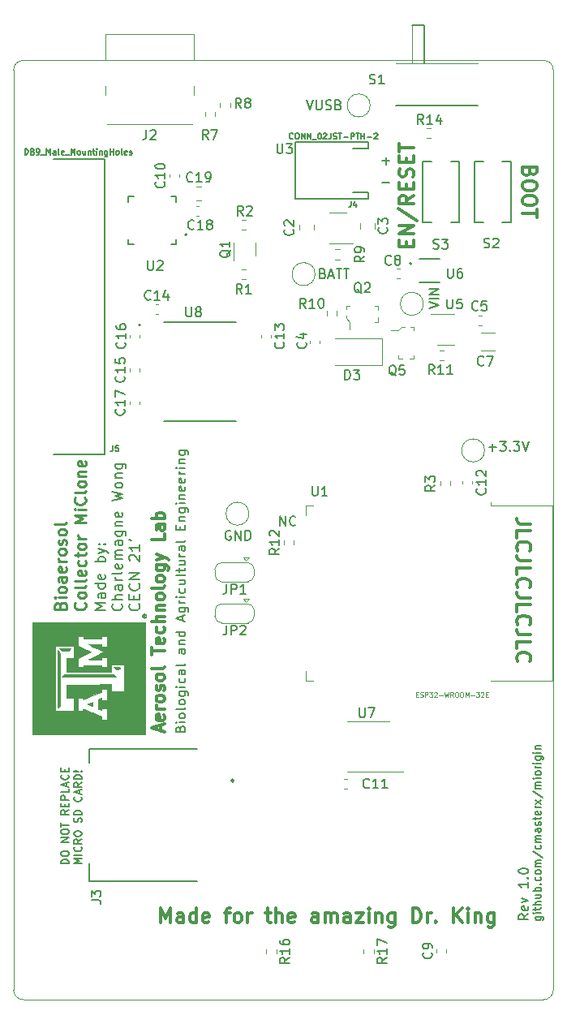
<source format=gto>
%TF.GenerationSoftware,KiCad,Pcbnew,5.1.10-88a1d61d58~88~ubuntu20.04.1*%
%TF.CreationDate,2021-06-25T13:29:56-05:00*%
%TF.ProjectId,MiOrigin,4d694f72-6967-4696-9e2e-6b696361645f,rev?*%
%TF.SameCoordinates,Original*%
%TF.FileFunction,Legend,Top*%
%TF.FilePolarity,Positive*%
%FSLAX46Y46*%
G04 Gerber Fmt 4.6, Leading zero omitted, Abs format (unit mm)*
G04 Created by KiCad (PCBNEW 5.1.10-88a1d61d58~88~ubuntu20.04.1) date 2021-06-25 13:29:56*
%MOMM*%
%LPD*%
G01*
G04 APERTURE LIST*
%ADD10C,0.200000*%
%ADD11C,0.150000*%
%ADD12C,0.125000*%
%ADD13C,0.300000*%
%ADD14C,0.250000*%
%TA.AperFunction,Profile*%
%ADD15C,0.010000*%
%TD*%
%ADD16C,0.010000*%
%ADD17C,0.120000*%
%ADD18C,0.127000*%
%ADD19C,0.240000*%
%ADD20C,0.203200*%
%ADD21C,0.100000*%
G04 APERTURE END LIST*
D10*
X179078571Y-134836666D02*
X179726190Y-134836666D01*
X179802380Y-134874761D01*
X179840476Y-134912857D01*
X179878571Y-134989047D01*
X179878571Y-135103333D01*
X179840476Y-135179523D01*
X179573809Y-134836666D02*
X179611904Y-134912857D01*
X179611904Y-135065238D01*
X179573809Y-135141428D01*
X179535714Y-135179523D01*
X179459523Y-135217619D01*
X179230952Y-135217619D01*
X179154761Y-135179523D01*
X179116666Y-135141428D01*
X179078571Y-135065238D01*
X179078571Y-134912857D01*
X179116666Y-134836666D01*
X179611904Y-134455714D02*
X179078571Y-134455714D01*
X178811904Y-134455714D02*
X178850000Y-134493809D01*
X178888095Y-134455714D01*
X178850000Y-134417619D01*
X178811904Y-134455714D01*
X178888095Y-134455714D01*
X179078571Y-134189047D02*
X179078571Y-133884285D01*
X178811904Y-134074761D02*
X179497619Y-134074761D01*
X179573809Y-134036666D01*
X179611904Y-133960476D01*
X179611904Y-133884285D01*
X179611904Y-133617619D02*
X178811904Y-133617619D01*
X179611904Y-133274761D02*
X179192857Y-133274761D01*
X179116666Y-133312857D01*
X179078571Y-133389047D01*
X179078571Y-133503333D01*
X179116666Y-133579523D01*
X179154761Y-133617619D01*
X179078571Y-132550952D02*
X179611904Y-132550952D01*
X179078571Y-132893809D02*
X179497619Y-132893809D01*
X179573809Y-132855714D01*
X179611904Y-132779523D01*
X179611904Y-132665238D01*
X179573809Y-132589047D01*
X179535714Y-132550952D01*
X179611904Y-132170000D02*
X178811904Y-132170000D01*
X179116666Y-132170000D02*
X179078571Y-132093809D01*
X179078571Y-131941428D01*
X179116666Y-131865238D01*
X179154761Y-131827142D01*
X179230952Y-131789047D01*
X179459523Y-131789047D01*
X179535714Y-131827142D01*
X179573809Y-131865238D01*
X179611904Y-131941428D01*
X179611904Y-132093809D01*
X179573809Y-132170000D01*
X179535714Y-131446190D02*
X179573809Y-131408095D01*
X179611904Y-131446190D01*
X179573809Y-131484285D01*
X179535714Y-131446190D01*
X179611904Y-131446190D01*
X179573809Y-130722380D02*
X179611904Y-130798571D01*
X179611904Y-130950952D01*
X179573809Y-131027142D01*
X179535714Y-131065238D01*
X179459523Y-131103333D01*
X179230952Y-131103333D01*
X179154761Y-131065238D01*
X179116666Y-131027142D01*
X179078571Y-130950952D01*
X179078571Y-130798571D01*
X179116666Y-130722380D01*
X179611904Y-130265238D02*
X179573809Y-130341428D01*
X179535714Y-130379523D01*
X179459523Y-130417619D01*
X179230952Y-130417619D01*
X179154761Y-130379523D01*
X179116666Y-130341428D01*
X179078571Y-130265238D01*
X179078571Y-130150952D01*
X179116666Y-130074761D01*
X179154761Y-130036666D01*
X179230952Y-129998571D01*
X179459523Y-129998571D01*
X179535714Y-130036666D01*
X179573809Y-130074761D01*
X179611904Y-130150952D01*
X179611904Y-130265238D01*
X179611904Y-129655714D02*
X179078571Y-129655714D01*
X179154761Y-129655714D02*
X179116666Y-129617619D01*
X179078571Y-129541428D01*
X179078571Y-129427142D01*
X179116666Y-129350952D01*
X179192857Y-129312857D01*
X179611904Y-129312857D01*
X179192857Y-129312857D02*
X179116666Y-129274761D01*
X179078571Y-129198571D01*
X179078571Y-129084285D01*
X179116666Y-129008095D01*
X179192857Y-128970000D01*
X179611904Y-128970000D01*
X178773809Y-128017619D02*
X179802380Y-128703333D01*
X179573809Y-127408095D02*
X179611904Y-127484285D01*
X179611904Y-127636666D01*
X179573809Y-127712857D01*
X179535714Y-127750952D01*
X179459523Y-127789047D01*
X179230952Y-127789047D01*
X179154761Y-127750952D01*
X179116666Y-127712857D01*
X179078571Y-127636666D01*
X179078571Y-127484285D01*
X179116666Y-127408095D01*
X179611904Y-127065238D02*
X179078571Y-127065238D01*
X179154761Y-127065238D02*
X179116666Y-127027142D01*
X179078571Y-126950952D01*
X179078571Y-126836666D01*
X179116666Y-126760476D01*
X179192857Y-126722380D01*
X179611904Y-126722380D01*
X179192857Y-126722380D02*
X179116666Y-126684285D01*
X179078571Y-126608095D01*
X179078571Y-126493809D01*
X179116666Y-126417619D01*
X179192857Y-126379523D01*
X179611904Y-126379523D01*
X179611904Y-125655714D02*
X179192857Y-125655714D01*
X179116666Y-125693809D01*
X179078571Y-125770000D01*
X179078571Y-125922380D01*
X179116666Y-125998571D01*
X179573809Y-125655714D02*
X179611904Y-125731904D01*
X179611904Y-125922380D01*
X179573809Y-125998571D01*
X179497619Y-126036666D01*
X179421428Y-126036666D01*
X179345238Y-125998571D01*
X179307142Y-125922380D01*
X179307142Y-125731904D01*
X179269047Y-125655714D01*
X179573809Y-125312857D02*
X179611904Y-125236666D01*
X179611904Y-125084285D01*
X179573809Y-125008095D01*
X179497619Y-124970000D01*
X179459523Y-124970000D01*
X179383333Y-125008095D01*
X179345238Y-125084285D01*
X179345238Y-125198571D01*
X179307142Y-125274761D01*
X179230952Y-125312857D01*
X179192857Y-125312857D01*
X179116666Y-125274761D01*
X179078571Y-125198571D01*
X179078571Y-125084285D01*
X179116666Y-125008095D01*
X179078571Y-124741428D02*
X179078571Y-124436666D01*
X178811904Y-124627142D02*
X179497619Y-124627142D01*
X179573809Y-124589047D01*
X179611904Y-124512857D01*
X179611904Y-124436666D01*
X179573809Y-123865238D02*
X179611904Y-123941428D01*
X179611904Y-124093809D01*
X179573809Y-124170000D01*
X179497619Y-124208095D01*
X179192857Y-124208095D01*
X179116666Y-124170000D01*
X179078571Y-124093809D01*
X179078571Y-123941428D01*
X179116666Y-123865238D01*
X179192857Y-123827142D01*
X179269047Y-123827142D01*
X179345238Y-124208095D01*
X179611904Y-123484285D02*
X179078571Y-123484285D01*
X179230952Y-123484285D02*
X179154761Y-123446190D01*
X179116666Y-123408095D01*
X179078571Y-123331904D01*
X179078571Y-123255714D01*
X179611904Y-123065238D02*
X179078571Y-122646190D01*
X179078571Y-123065238D02*
X179611904Y-122646190D01*
X178773809Y-121770000D02*
X179802380Y-122455714D01*
X179611904Y-121503333D02*
X179078571Y-121503333D01*
X179154761Y-121503333D02*
X179116666Y-121465238D01*
X179078571Y-121389047D01*
X179078571Y-121274761D01*
X179116666Y-121198571D01*
X179192857Y-121160476D01*
X179611904Y-121160476D01*
X179192857Y-121160476D02*
X179116666Y-121122380D01*
X179078571Y-121046190D01*
X179078571Y-120931904D01*
X179116666Y-120855714D01*
X179192857Y-120817619D01*
X179611904Y-120817619D01*
X179611904Y-120436666D02*
X179078571Y-120436666D01*
X178811904Y-120436666D02*
X178850000Y-120474761D01*
X178888095Y-120436666D01*
X178850000Y-120398571D01*
X178811904Y-120436666D01*
X178888095Y-120436666D01*
X179611904Y-119941428D02*
X179573809Y-120017619D01*
X179535714Y-120055714D01*
X179459523Y-120093809D01*
X179230952Y-120093809D01*
X179154761Y-120055714D01*
X179116666Y-120017619D01*
X179078571Y-119941428D01*
X179078571Y-119827142D01*
X179116666Y-119750952D01*
X179154761Y-119712857D01*
X179230952Y-119674761D01*
X179459523Y-119674761D01*
X179535714Y-119712857D01*
X179573809Y-119750952D01*
X179611904Y-119827142D01*
X179611904Y-119941428D01*
X179611904Y-119331904D02*
X179078571Y-119331904D01*
X179230952Y-119331904D02*
X179154761Y-119293809D01*
X179116666Y-119255714D01*
X179078571Y-119179523D01*
X179078571Y-119103333D01*
X179611904Y-118836666D02*
X179078571Y-118836666D01*
X178811904Y-118836666D02*
X178850000Y-118874761D01*
X178888095Y-118836666D01*
X178850000Y-118798571D01*
X178811904Y-118836666D01*
X178888095Y-118836666D01*
X179078571Y-118112857D02*
X179726190Y-118112857D01*
X179802380Y-118150952D01*
X179840476Y-118189047D01*
X179878571Y-118265238D01*
X179878571Y-118379523D01*
X179840476Y-118455714D01*
X179573809Y-118112857D02*
X179611904Y-118189047D01*
X179611904Y-118341428D01*
X179573809Y-118417619D01*
X179535714Y-118455714D01*
X179459523Y-118493809D01*
X179230952Y-118493809D01*
X179154761Y-118455714D01*
X179116666Y-118417619D01*
X179078571Y-118341428D01*
X179078571Y-118189047D01*
X179116666Y-118112857D01*
X179611904Y-117731904D02*
X179078571Y-117731904D01*
X178811904Y-117731904D02*
X178850000Y-117770000D01*
X178888095Y-117731904D01*
X178850000Y-117693809D01*
X178811904Y-117731904D01*
X178888095Y-117731904D01*
X179078571Y-117350952D02*
X179611904Y-117350952D01*
X179154761Y-117350952D02*
X179116666Y-117312857D01*
X179078571Y-117236666D01*
X179078571Y-117122380D01*
X179116666Y-117046190D01*
X179192857Y-117008095D01*
X179611904Y-117008095D01*
D11*
X130336904Y-129312023D02*
X129536904Y-129312023D01*
X129536904Y-129121547D01*
X129575000Y-129007261D01*
X129651190Y-128931071D01*
X129727380Y-128892976D01*
X129879761Y-128854880D01*
X129994047Y-128854880D01*
X130146428Y-128892976D01*
X130222619Y-128931071D01*
X130298809Y-129007261D01*
X130336904Y-129121547D01*
X130336904Y-129312023D01*
X129536904Y-128359642D02*
X129536904Y-128207261D01*
X129575000Y-128131071D01*
X129651190Y-128054880D01*
X129803571Y-128016785D01*
X130070238Y-128016785D01*
X130222619Y-128054880D01*
X130298809Y-128131071D01*
X130336904Y-128207261D01*
X130336904Y-128359642D01*
X130298809Y-128435833D01*
X130222619Y-128512023D01*
X130070238Y-128550119D01*
X129803571Y-128550119D01*
X129651190Y-128512023D01*
X129575000Y-128435833D01*
X129536904Y-128359642D01*
X130336904Y-127064404D02*
X129536904Y-127064404D01*
X130336904Y-126607261D01*
X129536904Y-126607261D01*
X129536904Y-126073928D02*
X129536904Y-125921547D01*
X129575000Y-125845357D01*
X129651190Y-125769166D01*
X129803571Y-125731071D01*
X130070238Y-125731071D01*
X130222619Y-125769166D01*
X130298809Y-125845357D01*
X130336904Y-125921547D01*
X130336904Y-126073928D01*
X130298809Y-126150119D01*
X130222619Y-126226309D01*
X130070238Y-126264404D01*
X129803571Y-126264404D01*
X129651190Y-126226309D01*
X129575000Y-126150119D01*
X129536904Y-126073928D01*
X129536904Y-125502500D02*
X129536904Y-125045357D01*
X130336904Y-125273928D02*
X129536904Y-125273928D01*
X130336904Y-123712023D02*
X129955952Y-123978690D01*
X130336904Y-124169166D02*
X129536904Y-124169166D01*
X129536904Y-123864404D01*
X129575000Y-123788214D01*
X129613095Y-123750119D01*
X129689285Y-123712023D01*
X129803571Y-123712023D01*
X129879761Y-123750119D01*
X129917857Y-123788214D01*
X129955952Y-123864404D01*
X129955952Y-124169166D01*
X129917857Y-123369166D02*
X129917857Y-123102500D01*
X130336904Y-122988214D02*
X130336904Y-123369166D01*
X129536904Y-123369166D01*
X129536904Y-122988214D01*
X130336904Y-122645357D02*
X129536904Y-122645357D01*
X129536904Y-122340595D01*
X129575000Y-122264404D01*
X129613095Y-122226309D01*
X129689285Y-122188214D01*
X129803571Y-122188214D01*
X129879761Y-122226309D01*
X129917857Y-122264404D01*
X129955952Y-122340595D01*
X129955952Y-122645357D01*
X130336904Y-121464404D02*
X130336904Y-121845357D01*
X129536904Y-121845357D01*
X130108333Y-121235833D02*
X130108333Y-120854880D01*
X130336904Y-121312023D02*
X129536904Y-121045357D01*
X130336904Y-120778690D01*
X130260714Y-120054880D02*
X130298809Y-120092976D01*
X130336904Y-120207261D01*
X130336904Y-120283452D01*
X130298809Y-120397738D01*
X130222619Y-120473928D01*
X130146428Y-120512023D01*
X129994047Y-120550119D01*
X129879761Y-120550119D01*
X129727380Y-120512023D01*
X129651190Y-120473928D01*
X129575000Y-120397738D01*
X129536904Y-120283452D01*
X129536904Y-120207261D01*
X129575000Y-120092976D01*
X129613095Y-120054880D01*
X129917857Y-119712023D02*
X129917857Y-119445357D01*
X130336904Y-119331071D02*
X130336904Y-119712023D01*
X129536904Y-119712023D01*
X129536904Y-119331071D01*
X131686904Y-129312023D02*
X130886904Y-129312023D01*
X131458333Y-129045357D01*
X130886904Y-128778690D01*
X131686904Y-128778690D01*
X131686904Y-128397738D02*
X130886904Y-128397738D01*
X131610714Y-127559642D02*
X131648809Y-127597738D01*
X131686904Y-127712023D01*
X131686904Y-127788214D01*
X131648809Y-127902500D01*
X131572619Y-127978690D01*
X131496428Y-128016785D01*
X131344047Y-128054880D01*
X131229761Y-128054880D01*
X131077380Y-128016785D01*
X131001190Y-127978690D01*
X130925000Y-127902500D01*
X130886904Y-127788214D01*
X130886904Y-127712023D01*
X130925000Y-127597738D01*
X130963095Y-127559642D01*
X131686904Y-126759642D02*
X131305952Y-127026309D01*
X131686904Y-127216785D02*
X130886904Y-127216785D01*
X130886904Y-126912023D01*
X130925000Y-126835833D01*
X130963095Y-126797738D01*
X131039285Y-126759642D01*
X131153571Y-126759642D01*
X131229761Y-126797738D01*
X131267857Y-126835833D01*
X131305952Y-126912023D01*
X131305952Y-127216785D01*
X130886904Y-126264404D02*
X130886904Y-126112023D01*
X130925000Y-126035833D01*
X131001190Y-125959642D01*
X131153571Y-125921547D01*
X131420238Y-125921547D01*
X131572619Y-125959642D01*
X131648809Y-126035833D01*
X131686904Y-126112023D01*
X131686904Y-126264404D01*
X131648809Y-126340595D01*
X131572619Y-126416785D01*
X131420238Y-126454880D01*
X131153571Y-126454880D01*
X131001190Y-126416785D01*
X130925000Y-126340595D01*
X130886904Y-126264404D01*
X131648809Y-125007261D02*
X131686904Y-124892976D01*
X131686904Y-124702500D01*
X131648809Y-124626309D01*
X131610714Y-124588214D01*
X131534523Y-124550119D01*
X131458333Y-124550119D01*
X131382142Y-124588214D01*
X131344047Y-124626309D01*
X131305952Y-124702500D01*
X131267857Y-124854880D01*
X131229761Y-124931071D01*
X131191666Y-124969166D01*
X131115476Y-125007261D01*
X131039285Y-125007261D01*
X130963095Y-124969166D01*
X130925000Y-124931071D01*
X130886904Y-124854880D01*
X130886904Y-124664404D01*
X130925000Y-124550119D01*
X131686904Y-124207261D02*
X130886904Y-124207261D01*
X130886904Y-124016785D01*
X130925000Y-123902500D01*
X131001190Y-123826309D01*
X131077380Y-123788214D01*
X131229761Y-123750119D01*
X131344047Y-123750119D01*
X131496428Y-123788214D01*
X131572619Y-123826309D01*
X131648809Y-123902500D01*
X131686904Y-124016785D01*
X131686904Y-124207261D01*
X131610714Y-122340595D02*
X131648809Y-122378690D01*
X131686904Y-122492976D01*
X131686904Y-122569166D01*
X131648809Y-122683452D01*
X131572619Y-122759642D01*
X131496428Y-122797738D01*
X131344047Y-122835833D01*
X131229761Y-122835833D01*
X131077380Y-122797738D01*
X131001190Y-122759642D01*
X130925000Y-122683452D01*
X130886904Y-122569166D01*
X130886904Y-122492976D01*
X130925000Y-122378690D01*
X130963095Y-122340595D01*
X131458333Y-122035833D02*
X131458333Y-121654880D01*
X131686904Y-122112023D02*
X130886904Y-121845357D01*
X131686904Y-121578690D01*
X131686904Y-120854880D02*
X131305952Y-121121547D01*
X131686904Y-121312023D02*
X130886904Y-121312023D01*
X130886904Y-121007261D01*
X130925000Y-120931071D01*
X130963095Y-120892976D01*
X131039285Y-120854880D01*
X131153571Y-120854880D01*
X131229761Y-120892976D01*
X131267857Y-120931071D01*
X131305952Y-121007261D01*
X131305952Y-121312023D01*
X131686904Y-120512023D02*
X130886904Y-120512023D01*
X130886904Y-120321547D01*
X130925000Y-120207261D01*
X131001190Y-120131071D01*
X131077380Y-120092976D01*
X131229761Y-120054880D01*
X131344047Y-120054880D01*
X131496428Y-120092976D01*
X131572619Y-120131071D01*
X131648809Y-120207261D01*
X131686904Y-120321547D01*
X131686904Y-120512023D01*
X131610714Y-119712023D02*
X131648809Y-119673928D01*
X131686904Y-119712023D01*
X131648809Y-119750119D01*
X131610714Y-119712023D01*
X131686904Y-119712023D01*
X131382142Y-119712023D02*
X130925000Y-119750119D01*
X130886904Y-119712023D01*
X130925000Y-119673928D01*
X131382142Y-119712023D01*
X130886904Y-119712023D01*
D12*
X166611904Y-111664285D02*
X166778571Y-111664285D01*
X166850000Y-111926190D02*
X166611904Y-111926190D01*
X166611904Y-111426190D01*
X166850000Y-111426190D01*
X167040476Y-111902380D02*
X167111904Y-111926190D01*
X167230952Y-111926190D01*
X167278571Y-111902380D01*
X167302380Y-111878571D01*
X167326190Y-111830952D01*
X167326190Y-111783333D01*
X167302380Y-111735714D01*
X167278571Y-111711904D01*
X167230952Y-111688095D01*
X167135714Y-111664285D01*
X167088095Y-111640476D01*
X167064285Y-111616666D01*
X167040476Y-111569047D01*
X167040476Y-111521428D01*
X167064285Y-111473809D01*
X167088095Y-111450000D01*
X167135714Y-111426190D01*
X167254761Y-111426190D01*
X167326190Y-111450000D01*
X167540476Y-111926190D02*
X167540476Y-111426190D01*
X167730952Y-111426190D01*
X167778571Y-111450000D01*
X167802380Y-111473809D01*
X167826190Y-111521428D01*
X167826190Y-111592857D01*
X167802380Y-111640476D01*
X167778571Y-111664285D01*
X167730952Y-111688095D01*
X167540476Y-111688095D01*
X167992857Y-111426190D02*
X168302380Y-111426190D01*
X168135714Y-111616666D01*
X168207142Y-111616666D01*
X168254761Y-111640476D01*
X168278571Y-111664285D01*
X168302380Y-111711904D01*
X168302380Y-111830952D01*
X168278571Y-111878571D01*
X168254761Y-111902380D01*
X168207142Y-111926190D01*
X168064285Y-111926190D01*
X168016666Y-111902380D01*
X167992857Y-111878571D01*
X168492857Y-111473809D02*
X168516666Y-111450000D01*
X168564285Y-111426190D01*
X168683333Y-111426190D01*
X168730952Y-111450000D01*
X168754761Y-111473809D01*
X168778571Y-111521428D01*
X168778571Y-111569047D01*
X168754761Y-111640476D01*
X168469047Y-111926190D01*
X168778571Y-111926190D01*
X168992857Y-111735714D02*
X169373809Y-111735714D01*
X169564285Y-111426190D02*
X169683333Y-111926190D01*
X169778571Y-111569047D01*
X169873809Y-111926190D01*
X169992857Y-111426190D01*
X170469047Y-111926190D02*
X170302380Y-111688095D01*
X170183333Y-111926190D02*
X170183333Y-111426190D01*
X170373809Y-111426190D01*
X170421428Y-111450000D01*
X170445238Y-111473809D01*
X170469047Y-111521428D01*
X170469047Y-111592857D01*
X170445238Y-111640476D01*
X170421428Y-111664285D01*
X170373809Y-111688095D01*
X170183333Y-111688095D01*
X170778571Y-111426190D02*
X170873809Y-111426190D01*
X170921428Y-111450000D01*
X170969047Y-111497619D01*
X170992857Y-111592857D01*
X170992857Y-111759523D01*
X170969047Y-111854761D01*
X170921428Y-111902380D01*
X170873809Y-111926190D01*
X170778571Y-111926190D01*
X170730952Y-111902380D01*
X170683333Y-111854761D01*
X170659523Y-111759523D01*
X170659523Y-111592857D01*
X170683333Y-111497619D01*
X170730952Y-111450000D01*
X170778571Y-111426190D01*
X171302380Y-111426190D02*
X171397619Y-111426190D01*
X171445238Y-111450000D01*
X171492857Y-111497619D01*
X171516666Y-111592857D01*
X171516666Y-111759523D01*
X171492857Y-111854761D01*
X171445238Y-111902380D01*
X171397619Y-111926190D01*
X171302380Y-111926190D01*
X171254761Y-111902380D01*
X171207142Y-111854761D01*
X171183333Y-111759523D01*
X171183333Y-111592857D01*
X171207142Y-111497619D01*
X171254761Y-111450000D01*
X171302380Y-111426190D01*
X171730952Y-111926190D02*
X171730952Y-111426190D01*
X171897619Y-111783333D01*
X172064285Y-111426190D01*
X172064285Y-111926190D01*
X172302380Y-111735714D02*
X172683333Y-111735714D01*
X172873809Y-111426190D02*
X173183333Y-111426190D01*
X173016666Y-111616666D01*
X173088095Y-111616666D01*
X173135714Y-111640476D01*
X173159523Y-111664285D01*
X173183333Y-111711904D01*
X173183333Y-111830952D01*
X173159523Y-111878571D01*
X173135714Y-111902380D01*
X173088095Y-111926190D01*
X172945238Y-111926190D01*
X172897619Y-111902380D01*
X172873809Y-111878571D01*
X173373809Y-111473809D02*
X173397619Y-111450000D01*
X173445238Y-111426190D01*
X173564285Y-111426190D01*
X173611904Y-111450000D01*
X173635714Y-111473809D01*
X173659523Y-111521428D01*
X173659523Y-111569047D01*
X173635714Y-111640476D01*
X173350000Y-111926190D01*
X173659523Y-111926190D01*
X173873809Y-111664285D02*
X174040476Y-111664285D01*
X174111904Y-111926190D02*
X173873809Y-111926190D01*
X173873809Y-111426190D01*
X174111904Y-111426190D01*
D11*
X141978571Y-115257142D02*
X142026190Y-115114285D01*
X142073809Y-115066666D01*
X142169047Y-115019047D01*
X142311904Y-115019047D01*
X142407142Y-115066666D01*
X142454761Y-115114285D01*
X142502380Y-115209523D01*
X142502380Y-115590476D01*
X141502380Y-115590476D01*
X141502380Y-115257142D01*
X141550000Y-115161904D01*
X141597619Y-115114285D01*
X141692857Y-115066666D01*
X141788095Y-115066666D01*
X141883333Y-115114285D01*
X141930952Y-115161904D01*
X141978571Y-115257142D01*
X141978571Y-115590476D01*
X142502380Y-114590476D02*
X141835714Y-114590476D01*
X141502380Y-114590476D02*
X141550000Y-114638095D01*
X141597619Y-114590476D01*
X141550000Y-114542857D01*
X141502380Y-114590476D01*
X141597619Y-114590476D01*
X142502380Y-113971428D02*
X142454761Y-114066666D01*
X142407142Y-114114285D01*
X142311904Y-114161904D01*
X142026190Y-114161904D01*
X141930952Y-114114285D01*
X141883333Y-114066666D01*
X141835714Y-113971428D01*
X141835714Y-113828571D01*
X141883333Y-113733333D01*
X141930952Y-113685714D01*
X142026190Y-113638095D01*
X142311904Y-113638095D01*
X142407142Y-113685714D01*
X142454761Y-113733333D01*
X142502380Y-113828571D01*
X142502380Y-113971428D01*
X142502380Y-113066666D02*
X142454761Y-113161904D01*
X142359523Y-113209523D01*
X141502380Y-113209523D01*
X142502380Y-112542857D02*
X142454761Y-112638095D01*
X142407142Y-112685714D01*
X142311904Y-112733333D01*
X142026190Y-112733333D01*
X141930952Y-112685714D01*
X141883333Y-112638095D01*
X141835714Y-112542857D01*
X141835714Y-112400000D01*
X141883333Y-112304761D01*
X141930952Y-112257142D01*
X142026190Y-112209523D01*
X142311904Y-112209523D01*
X142407142Y-112257142D01*
X142454761Y-112304761D01*
X142502380Y-112400000D01*
X142502380Y-112542857D01*
X141835714Y-111352380D02*
X142645238Y-111352380D01*
X142740476Y-111400000D01*
X142788095Y-111447619D01*
X142835714Y-111542857D01*
X142835714Y-111685714D01*
X142788095Y-111780952D01*
X142454761Y-111352380D02*
X142502380Y-111447619D01*
X142502380Y-111638095D01*
X142454761Y-111733333D01*
X142407142Y-111780952D01*
X142311904Y-111828571D01*
X142026190Y-111828571D01*
X141930952Y-111780952D01*
X141883333Y-111733333D01*
X141835714Y-111638095D01*
X141835714Y-111447619D01*
X141883333Y-111352380D01*
X142502380Y-110876190D02*
X141835714Y-110876190D01*
X141502380Y-110876190D02*
X141550000Y-110923809D01*
X141597619Y-110876190D01*
X141550000Y-110828571D01*
X141502380Y-110876190D01*
X141597619Y-110876190D01*
X142454761Y-109971428D02*
X142502380Y-110066666D01*
X142502380Y-110257142D01*
X142454761Y-110352380D01*
X142407142Y-110400000D01*
X142311904Y-110447619D01*
X142026190Y-110447619D01*
X141930952Y-110400000D01*
X141883333Y-110352380D01*
X141835714Y-110257142D01*
X141835714Y-110066666D01*
X141883333Y-109971428D01*
X142502380Y-109114285D02*
X141978571Y-109114285D01*
X141883333Y-109161904D01*
X141835714Y-109257142D01*
X141835714Y-109447619D01*
X141883333Y-109542857D01*
X142454761Y-109114285D02*
X142502380Y-109209523D01*
X142502380Y-109447619D01*
X142454761Y-109542857D01*
X142359523Y-109590476D01*
X142264285Y-109590476D01*
X142169047Y-109542857D01*
X142121428Y-109447619D01*
X142121428Y-109209523D01*
X142073809Y-109114285D01*
X142502380Y-108495238D02*
X142454761Y-108590476D01*
X142359523Y-108638095D01*
X141502380Y-108638095D01*
X142502380Y-106923809D02*
X141978571Y-106923809D01*
X141883333Y-106971428D01*
X141835714Y-107066666D01*
X141835714Y-107257142D01*
X141883333Y-107352380D01*
X142454761Y-106923809D02*
X142502380Y-107019047D01*
X142502380Y-107257142D01*
X142454761Y-107352380D01*
X142359523Y-107400000D01*
X142264285Y-107400000D01*
X142169047Y-107352380D01*
X142121428Y-107257142D01*
X142121428Y-107019047D01*
X142073809Y-106923809D01*
X141835714Y-106447619D02*
X142502380Y-106447619D01*
X141930952Y-106447619D02*
X141883333Y-106400000D01*
X141835714Y-106304761D01*
X141835714Y-106161904D01*
X141883333Y-106066666D01*
X141978571Y-106019047D01*
X142502380Y-106019047D01*
X142502380Y-105114285D02*
X141502380Y-105114285D01*
X142454761Y-105114285D02*
X142502380Y-105209523D01*
X142502380Y-105400000D01*
X142454761Y-105495238D01*
X142407142Y-105542857D01*
X142311904Y-105590476D01*
X142026190Y-105590476D01*
X141930952Y-105542857D01*
X141883333Y-105495238D01*
X141835714Y-105400000D01*
X141835714Y-105209523D01*
X141883333Y-105114285D01*
X142216666Y-103923809D02*
X142216666Y-103447619D01*
X142502380Y-104019047D02*
X141502380Y-103685714D01*
X142502380Y-103352380D01*
X141835714Y-102590476D02*
X142645238Y-102590476D01*
X142740476Y-102638095D01*
X142788095Y-102685714D01*
X142835714Y-102780952D01*
X142835714Y-102923809D01*
X142788095Y-103019047D01*
X142454761Y-102590476D02*
X142502380Y-102685714D01*
X142502380Y-102876190D01*
X142454761Y-102971428D01*
X142407142Y-103019047D01*
X142311904Y-103066666D01*
X142026190Y-103066666D01*
X141930952Y-103019047D01*
X141883333Y-102971428D01*
X141835714Y-102876190D01*
X141835714Y-102685714D01*
X141883333Y-102590476D01*
X142502380Y-102114285D02*
X141835714Y-102114285D01*
X142026190Y-102114285D02*
X141930952Y-102066666D01*
X141883333Y-102019047D01*
X141835714Y-101923809D01*
X141835714Y-101828571D01*
X142502380Y-101495238D02*
X141835714Y-101495238D01*
X141502380Y-101495238D02*
X141550000Y-101542857D01*
X141597619Y-101495238D01*
X141550000Y-101447619D01*
X141502380Y-101495238D01*
X141597619Y-101495238D01*
X142454761Y-100590476D02*
X142502380Y-100685714D01*
X142502380Y-100876190D01*
X142454761Y-100971428D01*
X142407142Y-101019047D01*
X142311904Y-101066666D01*
X142026190Y-101066666D01*
X141930952Y-101019047D01*
X141883333Y-100971428D01*
X141835714Y-100876190D01*
X141835714Y-100685714D01*
X141883333Y-100590476D01*
X141835714Y-99733333D02*
X142502380Y-99733333D01*
X141835714Y-100161904D02*
X142359523Y-100161904D01*
X142454761Y-100114285D01*
X142502380Y-100019047D01*
X142502380Y-99876190D01*
X142454761Y-99780952D01*
X142407142Y-99733333D01*
X142502380Y-99114285D02*
X142454761Y-99209523D01*
X142359523Y-99257142D01*
X141502380Y-99257142D01*
X141835714Y-98876190D02*
X141835714Y-98495238D01*
X141502380Y-98733333D02*
X142359523Y-98733333D01*
X142454761Y-98685714D01*
X142502380Y-98590476D01*
X142502380Y-98495238D01*
X141835714Y-97733333D02*
X142502380Y-97733333D01*
X141835714Y-98161904D02*
X142359523Y-98161904D01*
X142454761Y-98114285D01*
X142502380Y-98019047D01*
X142502380Y-97876190D01*
X142454761Y-97780952D01*
X142407142Y-97733333D01*
X142502380Y-97257142D02*
X141835714Y-97257142D01*
X142026190Y-97257142D02*
X141930952Y-97209523D01*
X141883333Y-97161904D01*
X141835714Y-97066666D01*
X141835714Y-96971428D01*
X142502380Y-96209523D02*
X141978571Y-96209523D01*
X141883333Y-96257142D01*
X141835714Y-96352380D01*
X141835714Y-96542857D01*
X141883333Y-96638095D01*
X142454761Y-96209523D02*
X142502380Y-96304761D01*
X142502380Y-96542857D01*
X142454761Y-96638095D01*
X142359523Y-96685714D01*
X142264285Y-96685714D01*
X142169047Y-96638095D01*
X142121428Y-96542857D01*
X142121428Y-96304761D01*
X142073809Y-96209523D01*
X142502380Y-95590476D02*
X142454761Y-95685714D01*
X142359523Y-95733333D01*
X141502380Y-95733333D01*
X141978571Y-94447619D02*
X141978571Y-94114285D01*
X142502380Y-93971428D02*
X142502380Y-94447619D01*
X141502380Y-94447619D01*
X141502380Y-93971428D01*
X141835714Y-93542857D02*
X142502380Y-93542857D01*
X141930952Y-93542857D02*
X141883333Y-93495238D01*
X141835714Y-93400000D01*
X141835714Y-93257142D01*
X141883333Y-93161904D01*
X141978571Y-93114285D01*
X142502380Y-93114285D01*
X141835714Y-92209523D02*
X142645238Y-92209523D01*
X142740476Y-92257142D01*
X142788095Y-92304761D01*
X142835714Y-92400000D01*
X142835714Y-92542857D01*
X142788095Y-92638095D01*
X142454761Y-92209523D02*
X142502380Y-92304761D01*
X142502380Y-92495238D01*
X142454761Y-92590476D01*
X142407142Y-92638095D01*
X142311904Y-92685714D01*
X142026190Y-92685714D01*
X141930952Y-92638095D01*
X141883333Y-92590476D01*
X141835714Y-92495238D01*
X141835714Y-92304761D01*
X141883333Y-92209523D01*
X142502380Y-91733333D02*
X141835714Y-91733333D01*
X141502380Y-91733333D02*
X141550000Y-91780952D01*
X141597619Y-91733333D01*
X141550000Y-91685714D01*
X141502380Y-91733333D01*
X141597619Y-91733333D01*
X141835714Y-91257142D02*
X142502380Y-91257142D01*
X141930952Y-91257142D02*
X141883333Y-91209523D01*
X141835714Y-91114285D01*
X141835714Y-90971428D01*
X141883333Y-90876190D01*
X141978571Y-90828571D01*
X142502380Y-90828571D01*
X142454761Y-89971428D02*
X142502380Y-90066666D01*
X142502380Y-90257142D01*
X142454761Y-90352380D01*
X142359523Y-90400000D01*
X141978571Y-90400000D01*
X141883333Y-90352380D01*
X141835714Y-90257142D01*
X141835714Y-90066666D01*
X141883333Y-89971428D01*
X141978571Y-89923809D01*
X142073809Y-89923809D01*
X142169047Y-90400000D01*
X142454761Y-89114285D02*
X142502380Y-89209523D01*
X142502380Y-89400000D01*
X142454761Y-89495238D01*
X142359523Y-89542857D01*
X141978571Y-89542857D01*
X141883333Y-89495238D01*
X141835714Y-89400000D01*
X141835714Y-89209523D01*
X141883333Y-89114285D01*
X141978571Y-89066666D01*
X142073809Y-89066666D01*
X142169047Y-89542857D01*
X142502380Y-88638095D02*
X141835714Y-88638095D01*
X142026190Y-88638095D02*
X141930952Y-88590476D01*
X141883333Y-88542857D01*
X141835714Y-88447619D01*
X141835714Y-88352380D01*
X142502380Y-88019047D02*
X141835714Y-88019047D01*
X141502380Y-88019047D02*
X141550000Y-88066666D01*
X141597619Y-88019047D01*
X141550000Y-87971428D01*
X141502380Y-88019047D01*
X141597619Y-88019047D01*
X141835714Y-87542857D02*
X142502380Y-87542857D01*
X141930952Y-87542857D02*
X141883333Y-87495238D01*
X141835714Y-87400000D01*
X141835714Y-87257142D01*
X141883333Y-87161904D01*
X141978571Y-87114285D01*
X142502380Y-87114285D01*
X141835714Y-86209523D02*
X142645238Y-86209523D01*
X142740476Y-86257142D01*
X142788095Y-86304761D01*
X142835714Y-86400000D01*
X142835714Y-86542857D01*
X142788095Y-86638095D01*
X142454761Y-86209523D02*
X142502380Y-86304761D01*
X142502380Y-86495238D01*
X142454761Y-86590476D01*
X142407142Y-86638095D01*
X142311904Y-86685714D01*
X142026190Y-86685714D01*
X141930952Y-86638095D01*
X141883333Y-86590476D01*
X141835714Y-86495238D01*
X141835714Y-86304761D01*
X141883333Y-86209523D01*
D13*
X178571428Y-93871428D02*
X177500000Y-93871428D01*
X177285714Y-93800000D01*
X177142857Y-93657142D01*
X177071428Y-93442857D01*
X177071428Y-93300000D01*
X177071428Y-95300000D02*
X177071428Y-94585714D01*
X178571428Y-94585714D01*
X177214285Y-96657142D02*
X177142857Y-96585714D01*
X177071428Y-96371428D01*
X177071428Y-96228571D01*
X177142857Y-96014285D01*
X177285714Y-95871428D01*
X177428571Y-95800000D01*
X177714285Y-95728571D01*
X177928571Y-95728571D01*
X178214285Y-95800000D01*
X178357142Y-95871428D01*
X178500000Y-96014285D01*
X178571428Y-96228571D01*
X178571428Y-96371428D01*
X178500000Y-96585714D01*
X178428571Y-96657142D01*
X178571428Y-97728571D02*
X177500000Y-97728571D01*
X177285714Y-97657142D01*
X177142857Y-97514285D01*
X177071428Y-97300000D01*
X177071428Y-97157142D01*
X177071428Y-99157142D02*
X177071428Y-98442857D01*
X178571428Y-98442857D01*
X177214285Y-100514285D02*
X177142857Y-100442857D01*
X177071428Y-100228571D01*
X177071428Y-100085714D01*
X177142857Y-99871428D01*
X177285714Y-99728571D01*
X177428571Y-99657142D01*
X177714285Y-99585714D01*
X177928571Y-99585714D01*
X178214285Y-99657142D01*
X178357142Y-99728571D01*
X178500000Y-99871428D01*
X178571428Y-100085714D01*
X178571428Y-100228571D01*
X178500000Y-100442857D01*
X178428571Y-100514285D01*
X178571428Y-101585714D02*
X177500000Y-101585714D01*
X177285714Y-101514285D01*
X177142857Y-101371428D01*
X177071428Y-101157142D01*
X177071428Y-101014285D01*
X177071428Y-103014285D02*
X177071428Y-102300000D01*
X178571428Y-102300000D01*
X177214285Y-104371428D02*
X177142857Y-104300000D01*
X177071428Y-104085714D01*
X177071428Y-103942857D01*
X177142857Y-103728571D01*
X177285714Y-103585714D01*
X177428571Y-103514285D01*
X177714285Y-103442857D01*
X177928571Y-103442857D01*
X178214285Y-103514285D01*
X178357142Y-103585714D01*
X178500000Y-103728571D01*
X178571428Y-103942857D01*
X178571428Y-104085714D01*
X178500000Y-104300000D01*
X178428571Y-104371428D01*
X178571428Y-105442857D02*
X177500000Y-105442857D01*
X177285714Y-105371428D01*
X177142857Y-105228571D01*
X177071428Y-105014285D01*
X177071428Y-104871428D01*
X177071428Y-106871428D02*
X177071428Y-106157142D01*
X178571428Y-106157142D01*
X177214285Y-108228571D02*
X177142857Y-108157142D01*
X177071428Y-107942857D01*
X177071428Y-107800000D01*
X177142857Y-107585714D01*
X177285714Y-107442857D01*
X177428571Y-107371428D01*
X177714285Y-107300000D01*
X177928571Y-107300000D01*
X178214285Y-107371428D01*
X178357142Y-107442857D01*
X178500000Y-107585714D01*
X178571428Y-107800000D01*
X178571428Y-107942857D01*
X178500000Y-108157142D01*
X178428571Y-108228571D01*
X139957142Y-135478571D02*
X139957142Y-133978571D01*
X140457142Y-135050000D01*
X140957142Y-133978571D01*
X140957142Y-135478571D01*
X142314285Y-135478571D02*
X142314285Y-134692857D01*
X142242857Y-134550000D01*
X142100000Y-134478571D01*
X141814285Y-134478571D01*
X141671428Y-134550000D01*
X142314285Y-135407142D02*
X142171428Y-135478571D01*
X141814285Y-135478571D01*
X141671428Y-135407142D01*
X141600000Y-135264285D01*
X141600000Y-135121428D01*
X141671428Y-134978571D01*
X141814285Y-134907142D01*
X142171428Y-134907142D01*
X142314285Y-134835714D01*
X143671428Y-135478571D02*
X143671428Y-133978571D01*
X143671428Y-135407142D02*
X143528571Y-135478571D01*
X143242857Y-135478571D01*
X143100000Y-135407142D01*
X143028571Y-135335714D01*
X142957142Y-135192857D01*
X142957142Y-134764285D01*
X143028571Y-134621428D01*
X143100000Y-134550000D01*
X143242857Y-134478571D01*
X143528571Y-134478571D01*
X143671428Y-134550000D01*
X144957142Y-135407142D02*
X144814285Y-135478571D01*
X144528571Y-135478571D01*
X144385714Y-135407142D01*
X144314285Y-135264285D01*
X144314285Y-134692857D01*
X144385714Y-134550000D01*
X144528571Y-134478571D01*
X144814285Y-134478571D01*
X144957142Y-134550000D01*
X145028571Y-134692857D01*
X145028571Y-134835714D01*
X144314285Y-134978571D01*
X146600000Y-134478571D02*
X147171428Y-134478571D01*
X146814285Y-135478571D02*
X146814285Y-134192857D01*
X146885714Y-134050000D01*
X147028571Y-133978571D01*
X147171428Y-133978571D01*
X147885714Y-135478571D02*
X147742857Y-135407142D01*
X147671428Y-135335714D01*
X147600000Y-135192857D01*
X147600000Y-134764285D01*
X147671428Y-134621428D01*
X147742857Y-134550000D01*
X147885714Y-134478571D01*
X148100000Y-134478571D01*
X148242857Y-134550000D01*
X148314285Y-134621428D01*
X148385714Y-134764285D01*
X148385714Y-135192857D01*
X148314285Y-135335714D01*
X148242857Y-135407142D01*
X148100000Y-135478571D01*
X147885714Y-135478571D01*
X149028571Y-135478571D02*
X149028571Y-134478571D01*
X149028571Y-134764285D02*
X149100000Y-134621428D01*
X149171428Y-134550000D01*
X149314285Y-134478571D01*
X149457142Y-134478571D01*
X150885714Y-134478571D02*
X151457142Y-134478571D01*
X151100000Y-133978571D02*
X151100000Y-135264285D01*
X151171428Y-135407142D01*
X151314285Y-135478571D01*
X151457142Y-135478571D01*
X151957142Y-135478571D02*
X151957142Y-133978571D01*
X152600000Y-135478571D02*
X152600000Y-134692857D01*
X152528571Y-134550000D01*
X152385714Y-134478571D01*
X152171428Y-134478571D01*
X152028571Y-134550000D01*
X151957142Y-134621428D01*
X153885714Y-135407142D02*
X153742857Y-135478571D01*
X153457142Y-135478571D01*
X153314285Y-135407142D01*
X153242857Y-135264285D01*
X153242857Y-134692857D01*
X153314285Y-134550000D01*
X153457142Y-134478571D01*
X153742857Y-134478571D01*
X153885714Y-134550000D01*
X153957142Y-134692857D01*
X153957142Y-134835714D01*
X153242857Y-134978571D01*
X156385714Y-135478571D02*
X156385714Y-134692857D01*
X156314285Y-134550000D01*
X156171428Y-134478571D01*
X155885714Y-134478571D01*
X155742857Y-134550000D01*
X156385714Y-135407142D02*
X156242857Y-135478571D01*
X155885714Y-135478571D01*
X155742857Y-135407142D01*
X155671428Y-135264285D01*
X155671428Y-135121428D01*
X155742857Y-134978571D01*
X155885714Y-134907142D01*
X156242857Y-134907142D01*
X156385714Y-134835714D01*
X157100000Y-135478571D02*
X157100000Y-134478571D01*
X157100000Y-134621428D02*
X157171428Y-134550000D01*
X157314285Y-134478571D01*
X157528571Y-134478571D01*
X157671428Y-134550000D01*
X157742857Y-134692857D01*
X157742857Y-135478571D01*
X157742857Y-134692857D02*
X157814285Y-134550000D01*
X157957142Y-134478571D01*
X158171428Y-134478571D01*
X158314285Y-134550000D01*
X158385714Y-134692857D01*
X158385714Y-135478571D01*
X159742857Y-135478571D02*
X159742857Y-134692857D01*
X159671428Y-134550000D01*
X159528571Y-134478571D01*
X159242857Y-134478571D01*
X159100000Y-134550000D01*
X159742857Y-135407142D02*
X159600000Y-135478571D01*
X159242857Y-135478571D01*
X159100000Y-135407142D01*
X159028571Y-135264285D01*
X159028571Y-135121428D01*
X159100000Y-134978571D01*
X159242857Y-134907142D01*
X159600000Y-134907142D01*
X159742857Y-134835714D01*
X160314285Y-134478571D02*
X161100000Y-134478571D01*
X160314285Y-135478571D01*
X161100000Y-135478571D01*
X161671428Y-135478571D02*
X161671428Y-134478571D01*
X161671428Y-133978571D02*
X161600000Y-134050000D01*
X161671428Y-134121428D01*
X161742857Y-134050000D01*
X161671428Y-133978571D01*
X161671428Y-134121428D01*
X162385714Y-134478571D02*
X162385714Y-135478571D01*
X162385714Y-134621428D02*
X162457142Y-134550000D01*
X162600000Y-134478571D01*
X162814285Y-134478571D01*
X162957142Y-134550000D01*
X163028571Y-134692857D01*
X163028571Y-135478571D01*
X164385714Y-134478571D02*
X164385714Y-135692857D01*
X164314285Y-135835714D01*
X164242857Y-135907142D01*
X164100000Y-135978571D01*
X163885714Y-135978571D01*
X163742857Y-135907142D01*
X164385714Y-135407142D02*
X164242857Y-135478571D01*
X163957142Y-135478571D01*
X163814285Y-135407142D01*
X163742857Y-135335714D01*
X163671428Y-135192857D01*
X163671428Y-134764285D01*
X163742857Y-134621428D01*
X163814285Y-134550000D01*
X163957142Y-134478571D01*
X164242857Y-134478571D01*
X164385714Y-134550000D01*
X166242857Y-135478571D02*
X166242857Y-133978571D01*
X166600000Y-133978571D01*
X166814285Y-134050000D01*
X166957142Y-134192857D01*
X167028571Y-134335714D01*
X167100000Y-134621428D01*
X167100000Y-134835714D01*
X167028571Y-135121428D01*
X166957142Y-135264285D01*
X166814285Y-135407142D01*
X166600000Y-135478571D01*
X166242857Y-135478571D01*
X167742857Y-135478571D02*
X167742857Y-134478571D01*
X167742857Y-134764285D02*
X167814285Y-134621428D01*
X167885714Y-134550000D01*
X168028571Y-134478571D01*
X168171428Y-134478571D01*
X168671428Y-135335714D02*
X168742857Y-135407142D01*
X168671428Y-135478571D01*
X168600000Y-135407142D01*
X168671428Y-135335714D01*
X168671428Y-135478571D01*
X170528571Y-135478571D02*
X170528571Y-133978571D01*
X171385714Y-135478571D02*
X170742857Y-134621428D01*
X171385714Y-133978571D02*
X170528571Y-134835714D01*
X172028571Y-135478571D02*
X172028571Y-134478571D01*
X172028571Y-133978571D02*
X171957142Y-134050000D01*
X172028571Y-134121428D01*
X172100000Y-134050000D01*
X172028571Y-133978571D01*
X172028571Y-134121428D01*
X172742857Y-134478571D02*
X172742857Y-135478571D01*
X172742857Y-134621428D02*
X172814285Y-134550000D01*
X172957142Y-134478571D01*
X173171428Y-134478571D01*
X173314285Y-134550000D01*
X173385714Y-134692857D01*
X173385714Y-135478571D01*
X174742857Y-134478571D02*
X174742857Y-135692857D01*
X174671428Y-135835714D01*
X174600000Y-135907142D01*
X174457142Y-135978571D01*
X174242857Y-135978571D01*
X174100000Y-135907142D01*
X174742857Y-135407142D02*
X174600000Y-135478571D01*
X174314285Y-135478571D01*
X174171428Y-135407142D01*
X174100000Y-135335714D01*
X174028571Y-135192857D01*
X174028571Y-134764285D01*
X174100000Y-134621428D01*
X174171428Y-134550000D01*
X174314285Y-134478571D01*
X174600000Y-134478571D01*
X174742857Y-134550000D01*
D11*
X134147619Y-102840595D02*
X133047619Y-102840595D01*
X133833333Y-102473928D01*
X133047619Y-102107261D01*
X134147619Y-102107261D01*
X134147619Y-101112023D02*
X133571428Y-101112023D01*
X133466666Y-101164404D01*
X133414285Y-101269166D01*
X133414285Y-101478690D01*
X133466666Y-101583452D01*
X134095238Y-101112023D02*
X134147619Y-101216785D01*
X134147619Y-101478690D01*
X134095238Y-101583452D01*
X133990476Y-101635833D01*
X133885714Y-101635833D01*
X133780952Y-101583452D01*
X133728571Y-101478690D01*
X133728571Y-101216785D01*
X133676190Y-101112023D01*
X134147619Y-100116785D02*
X133047619Y-100116785D01*
X134095238Y-100116785D02*
X134147619Y-100221547D01*
X134147619Y-100431071D01*
X134095238Y-100535833D01*
X134042857Y-100588214D01*
X133938095Y-100640595D01*
X133623809Y-100640595D01*
X133519047Y-100588214D01*
X133466666Y-100535833D01*
X133414285Y-100431071D01*
X133414285Y-100221547D01*
X133466666Y-100116785D01*
X134095238Y-99173928D02*
X134147619Y-99278690D01*
X134147619Y-99488214D01*
X134095238Y-99592976D01*
X133990476Y-99645357D01*
X133571428Y-99645357D01*
X133466666Y-99592976D01*
X133414285Y-99488214D01*
X133414285Y-99278690D01*
X133466666Y-99173928D01*
X133571428Y-99121547D01*
X133676190Y-99121547D01*
X133780952Y-99645357D01*
X134147619Y-97812023D02*
X133047619Y-97812023D01*
X133466666Y-97812023D02*
X133414285Y-97707261D01*
X133414285Y-97497738D01*
X133466666Y-97392976D01*
X133519047Y-97340595D01*
X133623809Y-97288214D01*
X133938095Y-97288214D01*
X134042857Y-97340595D01*
X134095238Y-97392976D01*
X134147619Y-97497738D01*
X134147619Y-97707261D01*
X134095238Y-97812023D01*
X133414285Y-96921547D02*
X134147619Y-96659642D01*
X133414285Y-96397738D02*
X134147619Y-96659642D01*
X134409523Y-96764404D01*
X134461904Y-96816785D01*
X134514285Y-96921547D01*
X134042857Y-95978690D02*
X134095238Y-95926309D01*
X134147619Y-95978690D01*
X134095238Y-96031071D01*
X134042857Y-95978690D01*
X134147619Y-95978690D01*
X133466666Y-95978690D02*
X133519047Y-95926309D01*
X133571428Y-95978690D01*
X133519047Y-96031071D01*
X133466666Y-95978690D01*
X133571428Y-95978690D01*
X135842857Y-102212023D02*
X135895238Y-102264404D01*
X135947619Y-102421547D01*
X135947619Y-102526309D01*
X135895238Y-102683452D01*
X135790476Y-102788214D01*
X135685714Y-102840595D01*
X135476190Y-102892976D01*
X135319047Y-102892976D01*
X135109523Y-102840595D01*
X135004761Y-102788214D01*
X134900000Y-102683452D01*
X134847619Y-102526309D01*
X134847619Y-102421547D01*
X134900000Y-102264404D01*
X134952380Y-102212023D01*
X135947619Y-101740595D02*
X134847619Y-101740595D01*
X135947619Y-101269166D02*
X135371428Y-101269166D01*
X135266666Y-101321547D01*
X135214285Y-101426309D01*
X135214285Y-101583452D01*
X135266666Y-101688214D01*
X135319047Y-101740595D01*
X135947619Y-100273928D02*
X135371428Y-100273928D01*
X135266666Y-100326309D01*
X135214285Y-100431071D01*
X135214285Y-100640595D01*
X135266666Y-100745357D01*
X135895238Y-100273928D02*
X135947619Y-100378690D01*
X135947619Y-100640595D01*
X135895238Y-100745357D01*
X135790476Y-100797738D01*
X135685714Y-100797738D01*
X135580952Y-100745357D01*
X135528571Y-100640595D01*
X135528571Y-100378690D01*
X135476190Y-100273928D01*
X135947619Y-99750119D02*
X135214285Y-99750119D01*
X135423809Y-99750119D02*
X135319047Y-99697738D01*
X135266666Y-99645357D01*
X135214285Y-99540595D01*
X135214285Y-99435833D01*
X135947619Y-98912023D02*
X135895238Y-99016785D01*
X135790476Y-99069166D01*
X134847619Y-99069166D01*
X135895238Y-98073928D02*
X135947619Y-98178690D01*
X135947619Y-98388214D01*
X135895238Y-98492976D01*
X135790476Y-98545357D01*
X135371428Y-98545357D01*
X135266666Y-98492976D01*
X135214285Y-98388214D01*
X135214285Y-98178690D01*
X135266666Y-98073928D01*
X135371428Y-98021547D01*
X135476190Y-98021547D01*
X135580952Y-98545357D01*
X135947619Y-97550119D02*
X135214285Y-97550119D01*
X135319047Y-97550119D02*
X135266666Y-97497738D01*
X135214285Y-97392976D01*
X135214285Y-97235833D01*
X135266666Y-97131071D01*
X135371428Y-97078690D01*
X135947619Y-97078690D01*
X135371428Y-97078690D02*
X135266666Y-97026309D01*
X135214285Y-96921547D01*
X135214285Y-96764404D01*
X135266666Y-96659642D01*
X135371428Y-96607261D01*
X135947619Y-96607261D01*
X135947619Y-95612023D02*
X135371428Y-95612023D01*
X135266666Y-95664404D01*
X135214285Y-95769166D01*
X135214285Y-95978690D01*
X135266666Y-96083452D01*
X135895238Y-95612023D02*
X135947619Y-95716785D01*
X135947619Y-95978690D01*
X135895238Y-96083452D01*
X135790476Y-96135833D01*
X135685714Y-96135833D01*
X135580952Y-96083452D01*
X135528571Y-95978690D01*
X135528571Y-95716785D01*
X135476190Y-95612023D01*
X135214285Y-94616785D02*
X136104761Y-94616785D01*
X136209523Y-94669166D01*
X136261904Y-94721547D01*
X136314285Y-94826309D01*
X136314285Y-94983452D01*
X136261904Y-95088214D01*
X135895238Y-94616785D02*
X135947619Y-94721547D01*
X135947619Y-94931071D01*
X135895238Y-95035833D01*
X135842857Y-95088214D01*
X135738095Y-95140595D01*
X135423809Y-95140595D01*
X135319047Y-95088214D01*
X135266666Y-95035833D01*
X135214285Y-94931071D01*
X135214285Y-94721547D01*
X135266666Y-94616785D01*
X135214285Y-94092976D02*
X135947619Y-94092976D01*
X135319047Y-94092976D02*
X135266666Y-94040595D01*
X135214285Y-93935833D01*
X135214285Y-93778690D01*
X135266666Y-93673928D01*
X135371428Y-93621547D01*
X135947619Y-93621547D01*
X135895238Y-92678690D02*
X135947619Y-92783452D01*
X135947619Y-92992976D01*
X135895238Y-93097738D01*
X135790476Y-93150119D01*
X135371428Y-93150119D01*
X135266666Y-93097738D01*
X135214285Y-92992976D01*
X135214285Y-92783452D01*
X135266666Y-92678690D01*
X135371428Y-92626309D01*
X135476190Y-92626309D01*
X135580952Y-93150119D01*
X134847619Y-91421547D02*
X135947619Y-91159642D01*
X135161904Y-90950119D01*
X135947619Y-90740595D01*
X134847619Y-90478690D01*
X135947619Y-89902500D02*
X135895238Y-90007261D01*
X135842857Y-90059642D01*
X135738095Y-90112023D01*
X135423809Y-90112023D01*
X135319047Y-90059642D01*
X135266666Y-90007261D01*
X135214285Y-89902500D01*
X135214285Y-89745357D01*
X135266666Y-89640595D01*
X135319047Y-89588214D01*
X135423809Y-89535833D01*
X135738095Y-89535833D01*
X135842857Y-89588214D01*
X135895238Y-89640595D01*
X135947619Y-89745357D01*
X135947619Y-89902500D01*
X135214285Y-89064404D02*
X135947619Y-89064404D01*
X135319047Y-89064404D02*
X135266666Y-89012023D01*
X135214285Y-88907261D01*
X135214285Y-88750119D01*
X135266666Y-88645357D01*
X135371428Y-88592976D01*
X135947619Y-88592976D01*
X135214285Y-87597738D02*
X136104761Y-87597738D01*
X136209523Y-87650119D01*
X136261904Y-87702500D01*
X136314285Y-87807261D01*
X136314285Y-87964404D01*
X136261904Y-88069166D01*
X135895238Y-87597738D02*
X135947619Y-87702500D01*
X135947619Y-87912023D01*
X135895238Y-88016785D01*
X135842857Y-88069166D01*
X135738095Y-88121547D01*
X135423809Y-88121547D01*
X135319047Y-88069166D01*
X135266666Y-88016785D01*
X135214285Y-87912023D01*
X135214285Y-87702500D01*
X135266666Y-87597738D01*
X137642857Y-102212023D02*
X137695238Y-102264404D01*
X137747619Y-102421547D01*
X137747619Y-102526309D01*
X137695238Y-102683452D01*
X137590476Y-102788214D01*
X137485714Y-102840595D01*
X137276190Y-102892976D01*
X137119047Y-102892976D01*
X136909523Y-102840595D01*
X136804761Y-102788214D01*
X136700000Y-102683452D01*
X136647619Y-102526309D01*
X136647619Y-102421547D01*
X136700000Y-102264404D01*
X136752380Y-102212023D01*
X137171428Y-101740595D02*
X137171428Y-101373928D01*
X137747619Y-101216785D02*
X137747619Y-101740595D01*
X136647619Y-101740595D01*
X136647619Y-101216785D01*
X137642857Y-100116785D02*
X137695238Y-100169166D01*
X137747619Y-100326309D01*
X137747619Y-100431071D01*
X137695238Y-100588214D01*
X137590476Y-100692976D01*
X137485714Y-100745357D01*
X137276190Y-100797738D01*
X137119047Y-100797738D01*
X136909523Y-100745357D01*
X136804761Y-100692976D01*
X136700000Y-100588214D01*
X136647619Y-100431071D01*
X136647619Y-100326309D01*
X136700000Y-100169166D01*
X136752380Y-100116785D01*
X137747619Y-99645357D02*
X136647619Y-99645357D01*
X137747619Y-99016785D01*
X136647619Y-99016785D01*
X136752380Y-97707261D02*
X136700000Y-97654880D01*
X136647619Y-97550119D01*
X136647619Y-97288214D01*
X136700000Y-97183452D01*
X136752380Y-97131071D01*
X136857142Y-97078690D01*
X136961904Y-97078690D01*
X137119047Y-97131071D01*
X137747619Y-97759642D01*
X137747619Y-97078690D01*
X137747619Y-96031071D02*
X137747619Y-96659642D01*
X137747619Y-96345357D02*
X136647619Y-96345357D01*
X136804761Y-96450119D01*
X136909523Y-96554880D01*
X136961904Y-96659642D01*
X136647619Y-95507261D02*
X136857142Y-95612023D01*
D14*
X129439285Y-102351785D02*
X129496428Y-102180357D01*
X129553571Y-102123214D01*
X129667857Y-102066071D01*
X129839285Y-102066071D01*
X129953571Y-102123214D01*
X130010714Y-102180357D01*
X130067857Y-102294642D01*
X130067857Y-102751785D01*
X128867857Y-102751785D01*
X128867857Y-102351785D01*
X128925000Y-102237500D01*
X128982142Y-102180357D01*
X129096428Y-102123214D01*
X129210714Y-102123214D01*
X129325000Y-102180357D01*
X129382142Y-102237500D01*
X129439285Y-102351785D01*
X129439285Y-102751785D01*
X130067857Y-101551785D02*
X129267857Y-101551785D01*
X128867857Y-101551785D02*
X128925000Y-101608928D01*
X128982142Y-101551785D01*
X128925000Y-101494642D01*
X128867857Y-101551785D01*
X128982142Y-101551785D01*
X130067857Y-100808928D02*
X130010714Y-100923214D01*
X129953571Y-100980357D01*
X129839285Y-101037500D01*
X129496428Y-101037500D01*
X129382142Y-100980357D01*
X129325000Y-100923214D01*
X129267857Y-100808928D01*
X129267857Y-100637500D01*
X129325000Y-100523214D01*
X129382142Y-100466071D01*
X129496428Y-100408928D01*
X129839285Y-100408928D01*
X129953571Y-100466071D01*
X130010714Y-100523214D01*
X130067857Y-100637500D01*
X130067857Y-100808928D01*
X130067857Y-99380357D02*
X129439285Y-99380357D01*
X129325000Y-99437500D01*
X129267857Y-99551785D01*
X129267857Y-99780357D01*
X129325000Y-99894642D01*
X130010714Y-99380357D02*
X130067857Y-99494642D01*
X130067857Y-99780357D01*
X130010714Y-99894642D01*
X129896428Y-99951785D01*
X129782142Y-99951785D01*
X129667857Y-99894642D01*
X129610714Y-99780357D01*
X129610714Y-99494642D01*
X129553571Y-99380357D01*
X130010714Y-98351785D02*
X130067857Y-98466071D01*
X130067857Y-98694642D01*
X130010714Y-98808928D01*
X129896428Y-98866071D01*
X129439285Y-98866071D01*
X129325000Y-98808928D01*
X129267857Y-98694642D01*
X129267857Y-98466071D01*
X129325000Y-98351785D01*
X129439285Y-98294642D01*
X129553571Y-98294642D01*
X129667857Y-98866071D01*
X130067857Y-97780357D02*
X129267857Y-97780357D01*
X129496428Y-97780357D02*
X129382142Y-97723214D01*
X129325000Y-97666071D01*
X129267857Y-97551785D01*
X129267857Y-97437500D01*
X130067857Y-96866071D02*
X130010714Y-96980357D01*
X129953571Y-97037500D01*
X129839285Y-97094642D01*
X129496428Y-97094642D01*
X129382142Y-97037500D01*
X129325000Y-96980357D01*
X129267857Y-96866071D01*
X129267857Y-96694642D01*
X129325000Y-96580357D01*
X129382142Y-96523214D01*
X129496428Y-96466071D01*
X129839285Y-96466071D01*
X129953571Y-96523214D01*
X130010714Y-96580357D01*
X130067857Y-96694642D01*
X130067857Y-96866071D01*
X130010714Y-96008928D02*
X130067857Y-95894642D01*
X130067857Y-95666071D01*
X130010714Y-95551785D01*
X129896428Y-95494642D01*
X129839285Y-95494642D01*
X129725000Y-95551785D01*
X129667857Y-95666071D01*
X129667857Y-95837500D01*
X129610714Y-95951785D01*
X129496428Y-96008928D01*
X129439285Y-96008928D01*
X129325000Y-95951785D01*
X129267857Y-95837500D01*
X129267857Y-95666071D01*
X129325000Y-95551785D01*
X130067857Y-94808928D02*
X130010714Y-94923214D01*
X129953571Y-94980357D01*
X129839285Y-95037500D01*
X129496428Y-95037500D01*
X129382142Y-94980357D01*
X129325000Y-94923214D01*
X129267857Y-94808928D01*
X129267857Y-94637500D01*
X129325000Y-94523214D01*
X129382142Y-94466071D01*
X129496428Y-94408928D01*
X129839285Y-94408928D01*
X129953571Y-94466071D01*
X130010714Y-94523214D01*
X130067857Y-94637500D01*
X130067857Y-94808928D01*
X130067857Y-93723214D02*
X130010714Y-93837500D01*
X129896428Y-93894642D01*
X128867857Y-93894642D01*
X132003571Y-102066071D02*
X132060714Y-102123214D01*
X132117857Y-102294642D01*
X132117857Y-102408928D01*
X132060714Y-102580357D01*
X131946428Y-102694642D01*
X131832142Y-102751785D01*
X131603571Y-102808928D01*
X131432142Y-102808928D01*
X131203571Y-102751785D01*
X131089285Y-102694642D01*
X130975000Y-102580357D01*
X130917857Y-102408928D01*
X130917857Y-102294642D01*
X130975000Y-102123214D01*
X131032142Y-102066071D01*
X132117857Y-101380357D02*
X132060714Y-101494642D01*
X132003571Y-101551785D01*
X131889285Y-101608928D01*
X131546428Y-101608928D01*
X131432142Y-101551785D01*
X131375000Y-101494642D01*
X131317857Y-101380357D01*
X131317857Y-101208928D01*
X131375000Y-101094642D01*
X131432142Y-101037500D01*
X131546428Y-100980357D01*
X131889285Y-100980357D01*
X132003571Y-101037500D01*
X132060714Y-101094642D01*
X132117857Y-101208928D01*
X132117857Y-101380357D01*
X132117857Y-100294642D02*
X132060714Y-100408928D01*
X131946428Y-100466071D01*
X130917857Y-100466071D01*
X132117857Y-99666071D02*
X132060714Y-99780357D01*
X131946428Y-99837500D01*
X130917857Y-99837500D01*
X132060714Y-98751785D02*
X132117857Y-98866071D01*
X132117857Y-99094642D01*
X132060714Y-99208928D01*
X131946428Y-99266071D01*
X131489285Y-99266071D01*
X131375000Y-99208928D01*
X131317857Y-99094642D01*
X131317857Y-98866071D01*
X131375000Y-98751785D01*
X131489285Y-98694642D01*
X131603571Y-98694642D01*
X131717857Y-99266071D01*
X132060714Y-97666071D02*
X132117857Y-97780357D01*
X132117857Y-98008928D01*
X132060714Y-98123214D01*
X132003571Y-98180357D01*
X131889285Y-98237500D01*
X131546428Y-98237500D01*
X131432142Y-98180357D01*
X131375000Y-98123214D01*
X131317857Y-98008928D01*
X131317857Y-97780357D01*
X131375000Y-97666071D01*
X131317857Y-97323214D02*
X131317857Y-96866071D01*
X130917857Y-97151785D02*
X131946428Y-97151785D01*
X132060714Y-97094642D01*
X132117857Y-96980357D01*
X132117857Y-96866071D01*
X132117857Y-96294642D02*
X132060714Y-96408928D01*
X132003571Y-96466071D01*
X131889285Y-96523214D01*
X131546428Y-96523214D01*
X131432142Y-96466071D01*
X131375000Y-96408928D01*
X131317857Y-96294642D01*
X131317857Y-96123214D01*
X131375000Y-96008928D01*
X131432142Y-95951785D01*
X131546428Y-95894642D01*
X131889285Y-95894642D01*
X132003571Y-95951785D01*
X132060714Y-96008928D01*
X132117857Y-96123214D01*
X132117857Y-96294642D01*
X132117857Y-95380357D02*
X131317857Y-95380357D01*
X131546428Y-95380357D02*
X131432142Y-95323214D01*
X131375000Y-95266071D01*
X131317857Y-95151785D01*
X131317857Y-95037500D01*
X132117857Y-93723214D02*
X130917857Y-93723214D01*
X131775000Y-93323214D01*
X130917857Y-92923214D01*
X132117857Y-92923214D01*
X132117857Y-92351785D02*
X131317857Y-92351785D01*
X130917857Y-92351785D02*
X130975000Y-92408928D01*
X131032142Y-92351785D01*
X130975000Y-92294642D01*
X130917857Y-92351785D01*
X131032142Y-92351785D01*
X132003571Y-91094642D02*
X132060714Y-91151785D01*
X132117857Y-91323214D01*
X132117857Y-91437500D01*
X132060714Y-91608928D01*
X131946428Y-91723214D01*
X131832142Y-91780357D01*
X131603571Y-91837500D01*
X131432142Y-91837500D01*
X131203571Y-91780357D01*
X131089285Y-91723214D01*
X130975000Y-91608928D01*
X130917857Y-91437500D01*
X130917857Y-91323214D01*
X130975000Y-91151785D01*
X131032142Y-91094642D01*
X132117857Y-90408928D02*
X132060714Y-90523214D01*
X131946428Y-90580357D01*
X130917857Y-90580357D01*
X132117857Y-89780357D02*
X132060714Y-89894642D01*
X132003571Y-89951785D01*
X131889285Y-90008928D01*
X131546428Y-90008928D01*
X131432142Y-89951785D01*
X131375000Y-89894642D01*
X131317857Y-89780357D01*
X131317857Y-89608928D01*
X131375000Y-89494642D01*
X131432142Y-89437500D01*
X131546428Y-89380357D01*
X131889285Y-89380357D01*
X132003571Y-89437500D01*
X132060714Y-89494642D01*
X132117857Y-89608928D01*
X132117857Y-89780357D01*
X131317857Y-88866071D02*
X132117857Y-88866071D01*
X131432142Y-88866071D02*
X131375000Y-88808928D01*
X131317857Y-88694642D01*
X131317857Y-88523214D01*
X131375000Y-88408928D01*
X131489285Y-88351785D01*
X132117857Y-88351785D01*
X132060714Y-87323214D02*
X132117857Y-87437500D01*
X132117857Y-87666071D01*
X132060714Y-87780357D01*
X131946428Y-87837500D01*
X131489285Y-87837500D01*
X131375000Y-87780357D01*
X131317857Y-87666071D01*
X131317857Y-87437500D01*
X131375000Y-87323214D01*
X131489285Y-87266071D01*
X131603571Y-87266071D01*
X131717857Y-87837500D01*
D13*
X139966666Y-115473571D02*
X139966666Y-114854523D01*
X140338095Y-115597380D02*
X139038095Y-115164047D01*
X140338095Y-114730714D01*
X140276190Y-113802142D02*
X140338095Y-113925952D01*
X140338095Y-114173571D01*
X140276190Y-114297380D01*
X140152380Y-114359285D01*
X139657142Y-114359285D01*
X139533333Y-114297380D01*
X139471428Y-114173571D01*
X139471428Y-113925952D01*
X139533333Y-113802142D01*
X139657142Y-113740238D01*
X139780952Y-113740238D01*
X139904761Y-114359285D01*
X140338095Y-113183095D02*
X139471428Y-113183095D01*
X139719047Y-113183095D02*
X139595238Y-113121190D01*
X139533333Y-113059285D01*
X139471428Y-112935476D01*
X139471428Y-112811666D01*
X140338095Y-112192619D02*
X140276190Y-112316428D01*
X140214285Y-112378333D01*
X140090476Y-112440238D01*
X139719047Y-112440238D01*
X139595238Y-112378333D01*
X139533333Y-112316428D01*
X139471428Y-112192619D01*
X139471428Y-112006904D01*
X139533333Y-111883095D01*
X139595238Y-111821190D01*
X139719047Y-111759285D01*
X140090476Y-111759285D01*
X140214285Y-111821190D01*
X140276190Y-111883095D01*
X140338095Y-112006904D01*
X140338095Y-112192619D01*
X140276190Y-111264047D02*
X140338095Y-111140238D01*
X140338095Y-110892619D01*
X140276190Y-110768809D01*
X140152380Y-110706904D01*
X140090476Y-110706904D01*
X139966666Y-110768809D01*
X139904761Y-110892619D01*
X139904761Y-111078333D01*
X139842857Y-111202142D01*
X139719047Y-111264047D01*
X139657142Y-111264047D01*
X139533333Y-111202142D01*
X139471428Y-111078333D01*
X139471428Y-110892619D01*
X139533333Y-110768809D01*
X140338095Y-109964047D02*
X140276190Y-110087857D01*
X140214285Y-110149761D01*
X140090476Y-110211666D01*
X139719047Y-110211666D01*
X139595238Y-110149761D01*
X139533333Y-110087857D01*
X139471428Y-109964047D01*
X139471428Y-109778333D01*
X139533333Y-109654523D01*
X139595238Y-109592619D01*
X139719047Y-109530714D01*
X140090476Y-109530714D01*
X140214285Y-109592619D01*
X140276190Y-109654523D01*
X140338095Y-109778333D01*
X140338095Y-109964047D01*
X140338095Y-108787857D02*
X140276190Y-108911666D01*
X140152380Y-108973571D01*
X139038095Y-108973571D01*
X139038095Y-107487857D02*
X139038095Y-106745000D01*
X140338095Y-107116428D02*
X139038095Y-107116428D01*
X140276190Y-105816428D02*
X140338095Y-105940238D01*
X140338095Y-106187857D01*
X140276190Y-106311666D01*
X140152380Y-106373571D01*
X139657142Y-106373571D01*
X139533333Y-106311666D01*
X139471428Y-106187857D01*
X139471428Y-105940238D01*
X139533333Y-105816428D01*
X139657142Y-105754523D01*
X139780952Y-105754523D01*
X139904761Y-106373571D01*
X140276190Y-104640238D02*
X140338095Y-104764047D01*
X140338095Y-105011666D01*
X140276190Y-105135476D01*
X140214285Y-105197380D01*
X140090476Y-105259285D01*
X139719047Y-105259285D01*
X139595238Y-105197380D01*
X139533333Y-105135476D01*
X139471428Y-105011666D01*
X139471428Y-104764047D01*
X139533333Y-104640238D01*
X140338095Y-104083095D02*
X139038095Y-104083095D01*
X140338095Y-103525952D02*
X139657142Y-103525952D01*
X139533333Y-103587857D01*
X139471428Y-103711666D01*
X139471428Y-103897380D01*
X139533333Y-104021190D01*
X139595238Y-104083095D01*
X139471428Y-102906904D02*
X140338095Y-102906904D01*
X139595238Y-102906904D02*
X139533333Y-102845000D01*
X139471428Y-102721190D01*
X139471428Y-102535476D01*
X139533333Y-102411666D01*
X139657142Y-102349761D01*
X140338095Y-102349761D01*
X140338095Y-101545000D02*
X140276190Y-101668809D01*
X140214285Y-101730714D01*
X140090476Y-101792619D01*
X139719047Y-101792619D01*
X139595238Y-101730714D01*
X139533333Y-101668809D01*
X139471428Y-101545000D01*
X139471428Y-101359285D01*
X139533333Y-101235476D01*
X139595238Y-101173571D01*
X139719047Y-101111666D01*
X140090476Y-101111666D01*
X140214285Y-101173571D01*
X140276190Y-101235476D01*
X140338095Y-101359285D01*
X140338095Y-101545000D01*
X140338095Y-100368809D02*
X140276190Y-100492619D01*
X140152380Y-100554523D01*
X139038095Y-100554523D01*
X140338095Y-99687857D02*
X140276190Y-99811666D01*
X140214285Y-99873571D01*
X140090476Y-99935476D01*
X139719047Y-99935476D01*
X139595238Y-99873571D01*
X139533333Y-99811666D01*
X139471428Y-99687857D01*
X139471428Y-99502142D01*
X139533333Y-99378333D01*
X139595238Y-99316428D01*
X139719047Y-99254523D01*
X140090476Y-99254523D01*
X140214285Y-99316428D01*
X140276190Y-99378333D01*
X140338095Y-99502142D01*
X140338095Y-99687857D01*
X139471428Y-98140238D02*
X140523809Y-98140238D01*
X140647619Y-98202142D01*
X140709523Y-98264047D01*
X140771428Y-98387857D01*
X140771428Y-98573571D01*
X140709523Y-98697380D01*
X140276190Y-98140238D02*
X140338095Y-98264047D01*
X140338095Y-98511666D01*
X140276190Y-98635476D01*
X140214285Y-98697380D01*
X140090476Y-98759285D01*
X139719047Y-98759285D01*
X139595238Y-98697380D01*
X139533333Y-98635476D01*
X139471428Y-98511666D01*
X139471428Y-98264047D01*
X139533333Y-98140238D01*
X139471428Y-97645000D02*
X140338095Y-97335476D01*
X139471428Y-97025952D02*
X140338095Y-97335476D01*
X140647619Y-97459285D01*
X140709523Y-97521190D01*
X140771428Y-97645000D01*
X140338095Y-94921190D02*
X140338095Y-95540238D01*
X139038095Y-95540238D01*
X140338095Y-93930714D02*
X139657142Y-93930714D01*
X139533333Y-93992619D01*
X139471428Y-94116428D01*
X139471428Y-94364047D01*
X139533333Y-94487857D01*
X140276190Y-93930714D02*
X140338095Y-94054523D01*
X140338095Y-94364047D01*
X140276190Y-94487857D01*
X140152380Y-94549761D01*
X140028571Y-94549761D01*
X139904761Y-94487857D01*
X139842857Y-94364047D01*
X139842857Y-94054523D01*
X139780952Y-93930714D01*
X140338095Y-93311666D02*
X139038095Y-93311666D01*
X139533333Y-93311666D02*
X139471428Y-93187857D01*
X139471428Y-92940238D01*
X139533333Y-92816428D01*
X139595238Y-92754523D01*
X139719047Y-92692619D01*
X140090476Y-92692619D01*
X140214285Y-92754523D01*
X140276190Y-92816428D01*
X140338095Y-92940238D01*
X140338095Y-93187857D01*
X140276190Y-93311666D01*
D11*
X178302380Y-134571428D02*
X177826190Y-134904761D01*
X178302380Y-135142857D02*
X177302380Y-135142857D01*
X177302380Y-134761904D01*
X177350000Y-134666666D01*
X177397619Y-134619047D01*
X177492857Y-134571428D01*
X177635714Y-134571428D01*
X177730952Y-134619047D01*
X177778571Y-134666666D01*
X177826190Y-134761904D01*
X177826190Y-135142857D01*
X178254761Y-133761904D02*
X178302380Y-133857142D01*
X178302380Y-134047619D01*
X178254761Y-134142857D01*
X178159523Y-134190476D01*
X177778571Y-134190476D01*
X177683333Y-134142857D01*
X177635714Y-134047619D01*
X177635714Y-133857142D01*
X177683333Y-133761904D01*
X177778571Y-133714285D01*
X177873809Y-133714285D01*
X177969047Y-134190476D01*
X177635714Y-133380952D02*
X178302380Y-133142857D01*
X177635714Y-132904761D01*
X178302380Y-131238095D02*
X178302380Y-131809523D01*
X178302380Y-131523809D02*
X177302380Y-131523809D01*
X177445238Y-131619047D01*
X177540476Y-131714285D01*
X177588095Y-131809523D01*
X178207142Y-130809523D02*
X178254761Y-130761904D01*
X178302380Y-130809523D01*
X178254761Y-130857142D01*
X178207142Y-130809523D01*
X178302380Y-130809523D01*
X177302380Y-130142857D02*
X177302380Y-130047619D01*
X177350000Y-129952380D01*
X177397619Y-129904761D01*
X177492857Y-129857142D01*
X177683333Y-129809523D01*
X177921428Y-129809523D01*
X178111904Y-129857142D01*
X178207142Y-129904761D01*
X178254761Y-129952380D01*
X178302380Y-130047619D01*
X178302380Y-130142857D01*
X178254761Y-130238095D01*
X178207142Y-130285714D01*
X178111904Y-130333333D01*
X177921428Y-130380952D01*
X177683333Y-130380952D01*
X177492857Y-130333333D01*
X177397619Y-130285714D01*
X177350000Y-130238095D01*
X177302380Y-130142857D01*
D15*
X125580000Y-143500000D02*
G75*
G02*
X124580000Y-142500000I0J1000000D01*
G01*
X180920000Y-142500000D02*
G75*
G02*
X179920000Y-143500000I-1000000J0D01*
G01*
X179920000Y-45500000D02*
G75*
G02*
X180920000Y-46500000I0J-1000000D01*
G01*
X124580000Y-46500000D02*
G75*
G02*
X125580000Y-45500000I1000000J0D01*
G01*
D13*
X178487342Y-57130085D02*
X178415914Y-57344371D01*
X178344485Y-57415800D01*
X178201628Y-57487228D01*
X177987342Y-57487228D01*
X177844485Y-57415800D01*
X177773057Y-57344371D01*
X177701628Y-57201514D01*
X177701628Y-56630085D01*
X179201628Y-56630085D01*
X179201628Y-57130085D01*
X179130200Y-57272942D01*
X179058771Y-57344371D01*
X178915914Y-57415800D01*
X178773057Y-57415800D01*
X178630200Y-57344371D01*
X178558771Y-57272942D01*
X178487342Y-57130085D01*
X178487342Y-56630085D01*
X179201628Y-58415800D02*
X179201628Y-58701514D01*
X179130200Y-58844371D01*
X178987342Y-58987228D01*
X178701628Y-59058657D01*
X178201628Y-59058657D01*
X177915914Y-58987228D01*
X177773057Y-58844371D01*
X177701628Y-58701514D01*
X177701628Y-58415800D01*
X177773057Y-58272942D01*
X177915914Y-58130085D01*
X178201628Y-58058657D01*
X178701628Y-58058657D01*
X178987342Y-58130085D01*
X179130200Y-58272942D01*
X179201628Y-58415800D01*
X179201628Y-59987228D02*
X179201628Y-60272942D01*
X179130200Y-60415800D01*
X178987342Y-60558657D01*
X178701628Y-60630085D01*
X178201628Y-60630085D01*
X177915914Y-60558657D01*
X177773057Y-60415800D01*
X177701628Y-60272942D01*
X177701628Y-59987228D01*
X177773057Y-59844371D01*
X177915914Y-59701514D01*
X178201628Y-59630085D01*
X178701628Y-59630085D01*
X178987342Y-59701514D01*
X179130200Y-59844371D01*
X179201628Y-59987228D01*
X179201628Y-61058657D02*
X179201628Y-61915800D01*
X177701628Y-61487228D02*
X179201628Y-61487228D01*
X165542857Y-64959514D02*
X165542857Y-64459514D01*
X166328571Y-64245228D02*
X166328571Y-64959514D01*
X164828571Y-64959514D01*
X164828571Y-64245228D01*
X166328571Y-63602371D02*
X164828571Y-63602371D01*
X166328571Y-62745228D01*
X164828571Y-62745228D01*
X164757142Y-60959514D02*
X166685714Y-62245228D01*
X166328571Y-59602371D02*
X165614285Y-60102371D01*
X166328571Y-60459514D02*
X164828571Y-60459514D01*
X164828571Y-59888085D01*
X164900000Y-59745228D01*
X164971428Y-59673800D01*
X165114285Y-59602371D01*
X165328571Y-59602371D01*
X165471428Y-59673800D01*
X165542857Y-59745228D01*
X165614285Y-59888085D01*
X165614285Y-60459514D01*
X165542857Y-58959514D02*
X165542857Y-58459514D01*
X166328571Y-58245228D02*
X166328571Y-58959514D01*
X164828571Y-58959514D01*
X164828571Y-58245228D01*
X166257142Y-57673800D02*
X166328571Y-57459514D01*
X166328571Y-57102371D01*
X166257142Y-56959514D01*
X166185714Y-56888085D01*
X166042857Y-56816657D01*
X165900000Y-56816657D01*
X165757142Y-56888085D01*
X165685714Y-56959514D01*
X165614285Y-57102371D01*
X165542857Y-57388085D01*
X165471428Y-57530942D01*
X165400000Y-57602371D01*
X165257142Y-57673800D01*
X165114285Y-57673800D01*
X164971428Y-57602371D01*
X164900000Y-57530942D01*
X164828571Y-57388085D01*
X164828571Y-57030942D01*
X164900000Y-56816657D01*
X165542857Y-56173800D02*
X165542857Y-55673800D01*
X166328571Y-55459514D02*
X166328571Y-56173800D01*
X164828571Y-56173800D01*
X164828571Y-55459514D01*
X164828571Y-55030942D02*
X164828571Y-54173800D01*
X166328571Y-54602371D02*
X164828571Y-54602371D01*
D11*
X163019047Y-58271428D02*
X163780952Y-58271428D01*
X163069047Y-55971428D02*
X163830952Y-55971428D01*
X163450000Y-56352380D02*
X163450000Y-55590476D01*
X152396085Y-94063380D02*
X152396085Y-93063380D01*
X152967514Y-94063380D01*
X152967514Y-93063380D01*
X154015133Y-93968142D02*
X153967514Y-94015761D01*
X153824657Y-94063380D01*
X153729419Y-94063380D01*
X153586561Y-94015761D01*
X153491323Y-93920523D01*
X153443704Y-93825285D01*
X153396085Y-93634809D01*
X153396085Y-93491952D01*
X153443704Y-93301476D01*
X153491323Y-93206238D01*
X153586561Y-93111000D01*
X153729419Y-93063380D01*
X153824657Y-93063380D01*
X153967514Y-93111000D01*
X154015133Y-93158619D01*
D15*
X124580000Y-142500000D02*
X124580000Y-46500000D01*
X180920000Y-142500000D02*
X180920000Y-46500000D01*
X179920000Y-143500000D02*
X125580000Y-143500000D01*
X125580000Y-45500000D02*
X179920000Y-45500000D01*
D16*
%TO.C,G\u002A\u002A\u002A*%
G36*
X132313251Y-112661591D02*
G01*
X132346203Y-112644786D01*
X132420337Y-112611465D01*
X132518407Y-112568954D01*
X132623163Y-112524580D01*
X132717358Y-112485668D01*
X132783743Y-112459544D01*
X132804949Y-112452750D01*
X132811136Y-112481821D01*
X132815618Y-112558321D01*
X132817490Y-112666189D01*
X132817500Y-112675000D01*
X132815942Y-112784555D01*
X132811842Y-112863936D01*
X132806060Y-112897077D01*
X132805588Y-112897250D01*
X132768543Y-112884937D01*
X132694240Y-112853005D01*
X132598372Y-112808963D01*
X132496631Y-112760325D01*
X132404707Y-112714599D01*
X132338292Y-112679298D01*
X132313079Y-112661931D01*
X132313251Y-112661591D01*
G37*
X132313251Y-112661591D02*
X132346203Y-112644786D01*
X132420337Y-112611465D01*
X132518407Y-112568954D01*
X132623163Y-112524580D01*
X132717358Y-112485668D01*
X132783743Y-112459544D01*
X132804949Y-112452750D01*
X132811136Y-112481821D01*
X132815618Y-112558321D01*
X132817490Y-112666189D01*
X132817500Y-112675000D01*
X132815942Y-112784555D01*
X132811842Y-112863936D01*
X132806060Y-112897077D01*
X132805588Y-112897250D01*
X132768543Y-112884937D01*
X132694240Y-112853005D01*
X132598372Y-112808963D01*
X132496631Y-112760325D01*
X132404707Y-112714599D01*
X132338292Y-112679298D01*
X132313079Y-112661931D01*
X132313251Y-112661591D01*
G36*
X129452000Y-107339132D02*
G01*
X129452000Y-112789113D01*
X129325000Y-112913125D01*
X129198000Y-113037138D01*
X129198000Y-107017798D01*
X129452000Y-107339132D01*
G37*
X129452000Y-107339132D02*
X129452000Y-112789113D01*
X129325000Y-112913125D01*
X129198000Y-113037138D01*
X129198000Y-107017798D01*
X129452000Y-107339132D01*
G36*
X129936187Y-106834354D02*
G01*
X130122729Y-106834677D01*
X130285345Y-106836386D01*
X130414217Y-106839261D01*
X130499531Y-106843079D01*
X130531469Y-106847620D01*
X130531500Y-106847771D01*
X130512411Y-106878222D01*
X130463984Y-106938683D01*
X130432960Y-106974771D01*
X130334421Y-107087000D01*
X129980523Y-107086915D01*
X129626625Y-107086829D01*
X129483750Y-106961268D01*
X129340875Y-106835708D01*
X129936187Y-106834354D01*
G37*
X129936187Y-106834354D02*
X130122729Y-106834677D01*
X130285345Y-106836386D01*
X130414217Y-106839261D01*
X130499531Y-106843079D01*
X130531469Y-106847620D01*
X130531500Y-106847771D01*
X130512411Y-106878222D01*
X130463984Y-106938683D01*
X130432960Y-106974771D01*
X130334421Y-107087000D01*
X129980523Y-107086915D01*
X129626625Y-107086829D01*
X129483750Y-106961268D01*
X129340875Y-106835708D01*
X129936187Y-106834354D01*
G36*
X129721875Y-109690500D02*
G01*
X129845887Y-109563500D01*
X135027112Y-109563500D01*
X135151125Y-109690500D01*
X135275137Y-109817500D01*
X129597862Y-109817500D01*
X129721875Y-109690500D01*
G37*
X129721875Y-109690500D02*
X129845887Y-109563500D01*
X135027112Y-109563500D01*
X135151125Y-109690500D01*
X135275137Y-109817500D01*
X129597862Y-109817500D01*
X129721875Y-109690500D01*
G36*
X135398681Y-108833250D02*
G01*
X135536964Y-108834536D01*
X135648144Y-108838017D01*
X135719230Y-108843129D01*
X135738500Y-108848021D01*
X135719411Y-108878472D01*
X135670984Y-108938933D01*
X135639960Y-108975021D01*
X135563065Y-109049291D01*
X135489702Y-109081821D01*
X135424154Y-109087250D01*
X135341915Y-109077244D01*
X135269386Y-109039208D01*
X135183718Y-108961114D01*
X135182875Y-108960250D01*
X135058862Y-108833250D01*
X135398681Y-108833250D01*
G37*
X135398681Y-108833250D02*
X135536964Y-108834536D01*
X135648144Y-108838017D01*
X135719230Y-108843129D01*
X135738500Y-108848021D01*
X135719411Y-108878472D01*
X135670984Y-108938933D01*
X135639960Y-108975021D01*
X135563065Y-109049291D01*
X135489702Y-109081821D01*
X135424154Y-109087250D01*
X135341915Y-109077244D01*
X135269386Y-109039208D01*
X135183718Y-108961114D01*
X135182875Y-108960250D01*
X135058862Y-108833250D01*
X135398681Y-108833250D01*
G36*
X138076470Y-103381077D02*
G01*
X138124092Y-103345756D01*
X138179553Y-103357176D01*
X138189253Y-103365554D01*
X138244710Y-103385138D01*
X138274431Y-103380261D01*
X138305094Y-103373814D01*
X138293022Y-103398179D01*
X138268166Y-103427577D01*
X138229539Y-103475940D01*
X138233747Y-103497393D01*
X138268166Y-103508653D01*
X138276271Y-103518174D01*
X138231136Y-103525360D01*
X138191187Y-103527317D01*
X138134684Y-103526516D01*
X138134684Y-103485918D01*
X138151500Y-103483375D01*
X138181755Y-103456218D01*
X138183250Y-103451625D01*
X138161105Y-103426383D01*
X138151500Y-103419875D01*
X138124601Y-103427415D01*
X138119750Y-103451625D01*
X138134684Y-103485918D01*
X138134684Y-103526516D01*
X138106316Y-103526113D01*
X138067258Y-103509682D01*
X138056547Y-103468098D01*
X138056250Y-103450629D01*
X138076470Y-103381077D01*
G37*
X138076470Y-103381077D02*
X138124092Y-103345756D01*
X138179553Y-103357176D01*
X138189253Y-103365554D01*
X138244710Y-103385138D01*
X138274431Y-103380261D01*
X138305094Y-103373814D01*
X138293022Y-103398179D01*
X138268166Y-103427577D01*
X138229539Y-103475940D01*
X138233747Y-103497393D01*
X138268166Y-103508653D01*
X138276271Y-103518174D01*
X138231136Y-103525360D01*
X138191187Y-103527317D01*
X138134684Y-103526516D01*
X138134684Y-103485918D01*
X138151500Y-103483375D01*
X138181755Y-103456218D01*
X138183250Y-103451625D01*
X138161105Y-103426383D01*
X138151500Y-103419875D01*
X138124601Y-103427415D01*
X138119750Y-103451625D01*
X138134684Y-103485918D01*
X138134684Y-103526516D01*
X138106316Y-103526113D01*
X138067258Y-103509682D01*
X138056547Y-103468098D01*
X138056250Y-103450629D01*
X138076470Y-103381077D01*
G36*
X138342000Y-104102500D02*
G01*
X138342000Y-115786500D01*
X133741568Y-115786500D01*
X133741568Y-114294250D01*
X134341500Y-114294250D01*
X134341500Y-113119500D01*
X134039875Y-113119500D01*
X133900142Y-113120052D01*
X133812016Y-113123792D01*
X133763601Y-113133852D01*
X133743002Y-113153361D01*
X133738326Y-113185449D01*
X133738250Y-113198875D01*
X133734648Y-113251226D01*
X133714918Y-113272666D01*
X133665674Y-113264947D01*
X133573528Y-113229818D01*
X133556140Y-113222688D01*
X133420988Y-113167125D01*
X133420750Y-112175467D01*
X133579500Y-112109493D01*
X133738250Y-112043520D01*
X133738250Y-112230500D01*
X134341500Y-112230500D01*
X134341500Y-111055750D01*
X133741568Y-111055750D01*
X133731971Y-111218703D01*
X133722375Y-111381656D01*
X132817500Y-111773495D01*
X132592432Y-111870447D01*
X132385242Y-111958723D01*
X132203328Y-112035248D01*
X132054089Y-112096947D01*
X131944922Y-112140743D01*
X131883225Y-112163562D01*
X131872937Y-112166167D01*
X131840760Y-112140402D01*
X131833250Y-112103500D01*
X131828475Y-112073331D01*
X131806094Y-112054584D01*
X131754020Y-112044574D01*
X131660167Y-112040615D01*
X131547500Y-112040000D01*
X131261750Y-112040000D01*
X131261750Y-113341750D01*
X131547500Y-113341750D01*
X131682779Y-113341076D01*
X131766776Y-113336842D01*
X131811708Y-113325736D01*
X131829789Y-113304444D01*
X131833239Y-113269653D01*
X131833250Y-113264249D01*
X131841881Y-113200045D01*
X131857062Y-113174030D01*
X131890946Y-113183132D01*
X131975784Y-113214916D01*
X132104427Y-113266443D01*
X132269726Y-113334776D01*
X132464532Y-113416979D01*
X132681696Y-113510113D01*
X132801625Y-113562124D01*
X133722375Y-113962935D01*
X133731971Y-114128593D01*
X133741568Y-114294250D01*
X133741568Y-115786500D01*
X128912250Y-115786500D01*
X128912250Y-113341750D01*
X130849000Y-113341750D01*
X130849000Y-112042016D01*
X130475937Y-112033071D01*
X130102875Y-112024125D01*
X130102875Y-110627125D01*
X132428562Y-110618982D01*
X134754250Y-110610838D01*
X134754250Y-111341500D01*
X136087750Y-111341500D01*
X136087750Y-108547500D01*
X134754250Y-108547500D01*
X134754250Y-109309913D01*
X132428562Y-109301769D01*
X131261750Y-109297684D01*
X131261750Y-108833250D01*
X131865000Y-108833250D01*
X131865000Y-108611000D01*
X133738250Y-108611000D01*
X133738250Y-108833250D01*
X134341500Y-108833250D01*
X134341500Y-107753750D01*
X133738250Y-107753750D01*
X133738250Y-108007750D01*
X133087375Y-108007750D01*
X132891852Y-108006929D01*
X132719828Y-108004634D01*
X132580691Y-108001123D01*
X132483829Y-107996649D01*
X132438630Y-107991469D01*
X132436500Y-107990034D01*
X132463372Y-107970053D01*
X132535899Y-107930174D01*
X132641947Y-107876816D01*
X132730187Y-107834623D01*
X132863849Y-107771352D01*
X133036209Y-107688877D01*
X133228973Y-107595998D01*
X133423849Y-107501515D01*
X133512403Y-107458355D01*
X134000932Y-107219781D01*
X133218716Y-106838309D01*
X133013902Y-106737786D01*
X132829118Y-106645863D01*
X132671682Y-106566283D01*
X132548916Y-106502787D01*
X132468138Y-106459114D01*
X132436668Y-106439007D01*
X132436500Y-106438544D01*
X132466684Y-106433049D01*
X132550980Y-106428214D01*
X132679998Y-106424303D01*
X132844351Y-106421581D01*
X133034651Y-106420310D01*
X133087375Y-106420250D01*
X133738250Y-106420250D01*
X133738250Y-106674250D01*
X134341500Y-106674250D01*
X134341500Y-105594750D01*
X133738250Y-105594750D01*
X133738250Y-105817000D01*
X131865000Y-105817000D01*
X131865000Y-105594750D01*
X131261750Y-105594750D01*
X131261750Y-106567087D01*
X131936437Y-106894263D01*
X132611125Y-107221439D01*
X131936437Y-107549479D01*
X131261750Y-107877519D01*
X131261750Y-108833250D01*
X131261750Y-109297684D01*
X130102875Y-109293625D01*
X130102875Y-107896625D01*
X130848999Y-107878735D01*
X130849000Y-107228868D01*
X130849000Y-106579000D01*
X128912250Y-106579000D01*
X128912250Y-113341750D01*
X128912250Y-115786500D01*
X126562750Y-115786500D01*
X126562750Y-104102500D01*
X138342000Y-104102500D01*
G37*
X138342000Y-104102500D02*
X138342000Y-115786500D01*
X133741568Y-115786500D01*
X133741568Y-114294250D01*
X134341500Y-114294250D01*
X134341500Y-113119500D01*
X134039875Y-113119500D01*
X133900142Y-113120052D01*
X133812016Y-113123792D01*
X133763601Y-113133852D01*
X133743002Y-113153361D01*
X133738326Y-113185449D01*
X133738250Y-113198875D01*
X133734648Y-113251226D01*
X133714918Y-113272666D01*
X133665674Y-113264947D01*
X133573528Y-113229818D01*
X133556140Y-113222688D01*
X133420988Y-113167125D01*
X133420750Y-112175467D01*
X133579500Y-112109493D01*
X133738250Y-112043520D01*
X133738250Y-112230500D01*
X134341500Y-112230500D01*
X134341500Y-111055750D01*
X133741568Y-111055750D01*
X133731971Y-111218703D01*
X133722375Y-111381656D01*
X132817500Y-111773495D01*
X132592432Y-111870447D01*
X132385242Y-111958723D01*
X132203328Y-112035248D01*
X132054089Y-112096947D01*
X131944922Y-112140743D01*
X131883225Y-112163562D01*
X131872937Y-112166167D01*
X131840760Y-112140402D01*
X131833250Y-112103500D01*
X131828475Y-112073331D01*
X131806094Y-112054584D01*
X131754020Y-112044574D01*
X131660167Y-112040615D01*
X131547500Y-112040000D01*
X131261750Y-112040000D01*
X131261750Y-113341750D01*
X131547500Y-113341750D01*
X131682779Y-113341076D01*
X131766776Y-113336842D01*
X131811708Y-113325736D01*
X131829789Y-113304444D01*
X131833239Y-113269653D01*
X131833250Y-113264249D01*
X131841881Y-113200045D01*
X131857062Y-113174030D01*
X131890946Y-113183132D01*
X131975784Y-113214916D01*
X132104427Y-113266443D01*
X132269726Y-113334776D01*
X132464532Y-113416979D01*
X132681696Y-113510113D01*
X132801625Y-113562124D01*
X133722375Y-113962935D01*
X133731971Y-114128593D01*
X133741568Y-114294250D01*
X133741568Y-115786500D01*
X128912250Y-115786500D01*
X128912250Y-113341750D01*
X130849000Y-113341750D01*
X130849000Y-112042016D01*
X130475937Y-112033071D01*
X130102875Y-112024125D01*
X130102875Y-110627125D01*
X132428562Y-110618982D01*
X134754250Y-110610838D01*
X134754250Y-111341500D01*
X136087750Y-111341500D01*
X136087750Y-108547500D01*
X134754250Y-108547500D01*
X134754250Y-109309913D01*
X132428562Y-109301769D01*
X131261750Y-109297684D01*
X131261750Y-108833250D01*
X131865000Y-108833250D01*
X131865000Y-108611000D01*
X133738250Y-108611000D01*
X133738250Y-108833250D01*
X134341500Y-108833250D01*
X134341500Y-107753750D01*
X133738250Y-107753750D01*
X133738250Y-108007750D01*
X133087375Y-108007750D01*
X132891852Y-108006929D01*
X132719828Y-108004634D01*
X132580691Y-108001123D01*
X132483829Y-107996649D01*
X132438630Y-107991469D01*
X132436500Y-107990034D01*
X132463372Y-107970053D01*
X132535899Y-107930174D01*
X132641947Y-107876816D01*
X132730187Y-107834623D01*
X132863849Y-107771352D01*
X133036209Y-107688877D01*
X133228973Y-107595998D01*
X133423849Y-107501515D01*
X133512403Y-107458355D01*
X134000932Y-107219781D01*
X133218716Y-106838309D01*
X133013902Y-106737786D01*
X132829118Y-106645863D01*
X132671682Y-106566283D01*
X132548916Y-106502787D01*
X132468138Y-106459114D01*
X132436668Y-106439007D01*
X132436500Y-106438544D01*
X132466684Y-106433049D01*
X132550980Y-106428214D01*
X132679998Y-106424303D01*
X132844351Y-106421581D01*
X133034651Y-106420310D01*
X133087375Y-106420250D01*
X133738250Y-106420250D01*
X133738250Y-106674250D01*
X134341500Y-106674250D01*
X134341500Y-105594750D01*
X133738250Y-105594750D01*
X133738250Y-105817000D01*
X131865000Y-105817000D01*
X131865000Y-105594750D01*
X131261750Y-105594750D01*
X131261750Y-106567087D01*
X131936437Y-106894263D01*
X132611125Y-107221439D01*
X131936437Y-107549479D01*
X131261750Y-107877519D01*
X131261750Y-108833250D01*
X131261750Y-109297684D01*
X130102875Y-109293625D01*
X130102875Y-107896625D01*
X130848999Y-107878735D01*
X130849000Y-107228868D01*
X130849000Y-106579000D01*
X128912250Y-106579000D01*
X128912250Y-113341750D01*
X128912250Y-115786500D01*
X126562750Y-115786500D01*
X126562750Y-104102500D01*
X138342000Y-104102500D01*
G36*
X137982738Y-103356507D02*
G01*
X138040484Y-103281046D01*
X138122264Y-103231282D01*
X138218981Y-103218526D01*
X138321542Y-103254090D01*
X138334935Y-103262926D01*
X138383099Y-103314253D01*
X138403249Y-103392411D01*
X138405500Y-103451625D01*
X138396587Y-103552930D01*
X138364138Y-103615429D01*
X138334935Y-103640325D01*
X138225666Y-103685612D01*
X138195941Y-103680796D01*
X138195941Y-103624337D01*
X138287707Y-103595077D01*
X138315687Y-103573705D01*
X138367110Y-103490515D01*
X138360343Y-103397237D01*
X138321204Y-103335063D01*
X138239776Y-103283929D01*
X138150368Y-103282828D01*
X138071970Y-103324491D01*
X138023575Y-103401653D01*
X138016562Y-103451625D01*
X138042462Y-103545303D01*
X138108224Y-103605309D01*
X138195941Y-103624337D01*
X138195941Y-103680796D01*
X138115611Y-103667780D01*
X138044656Y-103623946D01*
X137975729Y-103539269D01*
X137958122Y-103446352D01*
X137982738Y-103356507D01*
G37*
X137982738Y-103356507D02*
X138040484Y-103281046D01*
X138122264Y-103231282D01*
X138218981Y-103218526D01*
X138321542Y-103254090D01*
X138334935Y-103262926D01*
X138383099Y-103314253D01*
X138403249Y-103392411D01*
X138405500Y-103451625D01*
X138396587Y-103552930D01*
X138364138Y-103615429D01*
X138334935Y-103640325D01*
X138225666Y-103685612D01*
X138195941Y-103680796D01*
X138195941Y-103624337D01*
X138287707Y-103595077D01*
X138315687Y-103573705D01*
X138367110Y-103490515D01*
X138360343Y-103397237D01*
X138321204Y-103335063D01*
X138239776Y-103283929D01*
X138150368Y-103282828D01*
X138071970Y-103324491D01*
X138023575Y-103401653D01*
X138016562Y-103451625D01*
X138042462Y-103545303D01*
X138108224Y-103605309D01*
X138195941Y-103624337D01*
X138195941Y-103680796D01*
X138115611Y-103667780D01*
X138044656Y-103623946D01*
X137975729Y-103539269D01*
X137958122Y-103446352D01*
X137982738Y-103356507D01*
D17*
%TO.C,C19*%
X143638748Y-58665000D02*
X144161252Y-58665000D01*
X143638748Y-60135000D02*
X144161252Y-60135000D01*
D18*
%TO.C,U2*%
X141550000Y-64700000D02*
X141550000Y-64150000D01*
X141550000Y-59700000D02*
X141550000Y-60250000D01*
X136550000Y-64700000D02*
X136550000Y-64150000D01*
X136550000Y-59700000D02*
X136550000Y-60250000D01*
X141550000Y-64700000D02*
X141000000Y-64700000D01*
X141550000Y-59700000D02*
X141000000Y-59700000D01*
X136550000Y-64700000D02*
X137100000Y-64700000D01*
X136550000Y-59700000D02*
X137100000Y-59700000D01*
D10*
X142690000Y-63700000D02*
G75*
G03*
X142690000Y-63700000I-100000J0D01*
G01*
D17*
%TO.C,C18*%
X143634420Y-60690000D02*
X143915580Y-60690000D01*
X143634420Y-61710000D02*
X143915580Y-61710000D01*
%TO.C,C10*%
X140840000Y-57665580D02*
X140840000Y-57384420D01*
X141860000Y-57665580D02*
X141860000Y-57384420D01*
%TO.C,TP6*%
X161800000Y-50200000D02*
G75*
G03*
X161800000Y-50200000I-1200000J0D01*
G01*
%TO.C,JP2*%
X149050000Y-104200000D02*
X146250000Y-104200000D01*
X145600000Y-103500000D02*
X145600000Y-102900000D01*
X146250000Y-102200000D02*
X149050000Y-102200000D01*
X149700000Y-102900000D02*
X149700000Y-103500000D01*
X148850000Y-102000000D02*
X149150000Y-101700000D01*
X149150000Y-101700000D02*
X148550000Y-101700000D01*
X148850000Y-102000000D02*
X148550000Y-101700000D01*
X149700000Y-103500000D02*
G75*
G02*
X149000000Y-104200000I-700000J0D01*
G01*
X149000000Y-102200000D02*
G75*
G02*
X149700000Y-102900000I0J-700000D01*
G01*
X145600000Y-102900000D02*
G75*
G02*
X146300000Y-102200000I700000J0D01*
G01*
X146300000Y-104200000D02*
G75*
G02*
X145600000Y-103500000I0J700000D01*
G01*
%TO.C,JP1*%
X149050000Y-99900000D02*
X146250000Y-99900000D01*
X145600000Y-99200000D02*
X145600000Y-98600000D01*
X146250000Y-97900000D02*
X149050000Y-97900000D01*
X149700000Y-98600000D02*
X149700000Y-99200000D01*
X148850000Y-97700000D02*
X149150000Y-97400000D01*
X149150000Y-97400000D02*
X148550000Y-97400000D01*
X148850000Y-97700000D02*
X148550000Y-97400000D01*
X149700000Y-99200000D02*
G75*
G02*
X149000000Y-99900000I-700000J0D01*
G01*
X149000000Y-97900000D02*
G75*
G02*
X149700000Y-98600000I0J-700000D01*
G01*
X145600000Y-98600000D02*
G75*
G02*
X146300000Y-97900000I700000J0D01*
G01*
X146300000Y-99900000D02*
G75*
G02*
X145600000Y-99200000I0J700000D01*
G01*
%TO.C,TP5*%
X167350000Y-70900000D02*
G75*
G03*
X167350000Y-70900000I-1200000J0D01*
G01*
%TO.C,TP3*%
X156050000Y-67800000D02*
G75*
G03*
X156050000Y-67800000I-1200000J0D01*
G01*
%TO.C,TP2*%
X149150000Y-92800000D02*
G75*
G03*
X149150000Y-92800000I-1200000J0D01*
G01*
%TO.C,TP1*%
X173750000Y-86200000D02*
G75*
G03*
X173750000Y-86200000I-1200000J0D01*
G01*
%TO.C,U7*%
X161640000Y-119680000D02*
X165240000Y-119680000D01*
X161640000Y-119680000D02*
X159440000Y-119680000D01*
X161640000Y-114460000D02*
X163840000Y-114460000D01*
X161640000Y-114460000D02*
X159440000Y-114460000D01*
D10*
%TO.C,U6*%
X166130000Y-66700000D02*
G75*
G03*
X166130000Y-66700000I-100000J0D01*
G01*
D18*
X166925000Y-66245000D02*
X169025000Y-66245000D01*
X166925000Y-68655000D02*
X169025000Y-68655000D01*
D11*
%TO.C,S3*%
X171110800Y-56016600D02*
X170210800Y-56016600D01*
X167310800Y-56016600D02*
X168210800Y-56016600D01*
X171110800Y-62416600D02*
X170210800Y-62416600D01*
X167310800Y-62416600D02*
X168210800Y-62416600D01*
X171110800Y-62416600D02*
X171110800Y-56016600D01*
X167310800Y-62416600D02*
X167310800Y-56016600D01*
%TO.C,S2*%
X176495600Y-56011400D02*
X175595600Y-56011400D01*
X172695600Y-56011400D02*
X173595600Y-56011400D01*
X176495600Y-62411400D02*
X175595600Y-62411400D01*
X172695600Y-62411400D02*
X173595600Y-62411400D01*
X176495600Y-62411400D02*
X176495600Y-56011400D01*
X172695600Y-62411400D02*
X172695600Y-56011400D01*
D18*
%TO.C,J3*%
X143736800Y-131146400D02*
X132486800Y-131146400D01*
X132486800Y-117346400D02*
X143736800Y-117346400D01*
X132486800Y-131146400D02*
X132486800Y-129272400D01*
X132486800Y-117346400D02*
X132486800Y-118746400D01*
D19*
X147556800Y-120646400D02*
G75*
G03*
X147556800Y-120646400I-120000J0D01*
G01*
D17*
%TO.C,C11*%
X159084420Y-120490000D02*
X159365580Y-120490000D01*
X159084420Y-121510000D02*
X159365580Y-121510000D01*
%TO.C,C8*%
X164584420Y-67240000D02*
X164865580Y-67240000D01*
X164584420Y-68260000D02*
X164865580Y-68260000D01*
%TO.C,C4*%
X155540000Y-75015580D02*
X155540000Y-74734420D01*
X156560000Y-75015580D02*
X156560000Y-74734420D01*
%TO.C,C2*%
X155891000Y-62634748D02*
X155891000Y-63157252D01*
X154421000Y-62634748D02*
X154421000Y-63157252D01*
D18*
%TO.C,U8*%
X140300000Y-83105000D02*
X147800000Y-83105000D01*
X140300000Y-72805000D02*
X147800000Y-72805000D01*
D10*
X137850000Y-73110000D02*
G75*
G03*
X137850000Y-73110000I-100000J0D01*
G01*
D17*
%TO.C,C7*%
X173363748Y-73940000D02*
X174786252Y-73940000D01*
X173363748Y-75760000D02*
X174786252Y-75760000D01*
%TO.C,C3*%
X162241000Y-62512748D02*
X162241000Y-63035252D01*
X160771000Y-62512748D02*
X160771000Y-63035252D01*
%TO.C,R17*%
X162162500Y-138243342D02*
X162162500Y-138717858D01*
X161117500Y-138243342D02*
X161117500Y-138717858D01*
%TO.C,R16*%
X152002500Y-138230142D02*
X152002500Y-138704658D01*
X150957500Y-138230142D02*
X150957500Y-138704658D01*
%TO.C,Q1*%
X147524800Y-64512600D02*
X147524800Y-66412600D01*
X149844800Y-65912600D02*
X149844800Y-64512600D01*
%TO.C,C9*%
X168750000Y-138569580D02*
X168750000Y-138288420D01*
X169770000Y-138569580D02*
X169770000Y-138288420D01*
%TO.C,R7*%
X145627100Y-50866342D02*
X145627100Y-51340858D01*
X144582100Y-50866342D02*
X144582100Y-51340858D01*
%TO.C,R14*%
X168162258Y-52577500D02*
X167687742Y-52577500D01*
X168162258Y-53622500D02*
X167687742Y-53622500D01*
%TO.C,C17*%
X136740000Y-81109420D02*
X136740000Y-81390580D01*
X137760000Y-81109420D02*
X137760000Y-81390580D01*
%TO.C,C16*%
X137770000Y-74425580D02*
X137770000Y-74144420D01*
X136750000Y-74425580D02*
X136750000Y-74144420D01*
%TO.C,C15*%
X136750000Y-77674420D02*
X136750000Y-77955580D01*
X137770000Y-77674420D02*
X137770000Y-77955580D01*
%TO.C,C14*%
X139392420Y-71988000D02*
X139673580Y-71988000D01*
X139392420Y-70968000D02*
X139673580Y-70968000D01*
%TO.C,C13*%
X150440000Y-74144420D02*
X150440000Y-74425580D01*
X151460000Y-74144420D02*
X151460000Y-74425580D01*
%TO.C,C12*%
X172437000Y-89687580D02*
X172437000Y-89406420D01*
X171417000Y-89687580D02*
X171417000Y-89406420D01*
%TO.C,U3*%
X159358000Y-61352000D02*
X157558000Y-61352000D01*
X157558000Y-64572000D02*
X160008000Y-64572000D01*
%TO.C,R12*%
X153805900Y-96045858D02*
X153805900Y-95571342D01*
X152760900Y-96045858D02*
X152760900Y-95571342D01*
%TO.C,R9*%
X158157742Y-66278500D02*
X158632258Y-66278500D01*
X158157742Y-65233500D02*
X158632258Y-65233500D01*
%TO.C,R3*%
X169118500Y-89372742D02*
X169118500Y-89847258D01*
X170163500Y-89372742D02*
X170163500Y-89847258D01*
D20*
%TO.C,J4*%
X161597660Y-54701300D02*
X160000000Y-54701300D01*
X161597660Y-59298700D02*
X160000000Y-59298700D01*
X161597660Y-54051060D02*
X161597660Y-54701300D01*
X161597660Y-59948940D02*
X161597660Y-59298700D01*
X154000520Y-54051060D02*
X161597660Y-54051060D01*
X154000520Y-59948940D02*
X154000520Y-54051060D01*
X161597660Y-59948940D02*
X154000520Y-59948940D01*
%TO.C,J5*%
X134129220Y-86582820D02*
X134129220Y-55787860D01*
X134129220Y-55787860D02*
X128790140Y-55787860D01*
X134129220Y-86582820D02*
X128790140Y-86582820D01*
D17*
%TO.C,J2*%
X143370000Y-49100000D02*
X143370000Y-48200000D01*
X134180000Y-49100000D02*
X134180000Y-48200000D01*
X143370000Y-45500000D02*
X143370000Y-42770000D01*
X134180000Y-45500000D02*
X134180000Y-42770000D01*
X143250000Y-52180000D02*
X134300000Y-52180000D01*
X143370000Y-42770000D02*
X134180000Y-42770000D01*
D11*
%TO.C,S1*%
X167480000Y-41800000D02*
X167480000Y-45800000D01*
X166210000Y-41800000D02*
X167480000Y-41800000D01*
D17*
X166210000Y-45800000D02*
X166210000Y-41800000D01*
X173050000Y-45800000D02*
X164450000Y-45800000D01*
D11*
X173050000Y-50200000D02*
X164450000Y-50200000D01*
D21*
%TO.C,Q5*%
X166375000Y-73350000D02*
X166375000Y-73650000D01*
X166000000Y-73350000D02*
X166375000Y-73350000D01*
X166375000Y-76650000D02*
X165925000Y-76650000D01*
X166375000Y-76350000D02*
X166375000Y-76650000D01*
X166375000Y-76425000D02*
X166375000Y-76300000D01*
X164725000Y-76650000D02*
X164725000Y-76300000D01*
X165200000Y-76650000D02*
X164725000Y-76650000D01*
X164725000Y-73675000D02*
X163950000Y-73675000D01*
X164725000Y-73625000D02*
X164725000Y-73675000D01*
X165100000Y-73350000D02*
X164725000Y-73625000D01*
X165375000Y-73350000D02*
X165100000Y-73350000D01*
D17*
%TO.C,C5*%
X173134420Y-72140000D02*
X173415580Y-72140000D01*
X173134420Y-73160000D02*
X173415580Y-73160000D01*
%TO.C,D3*%
X163080000Y-77260000D02*
X158100000Y-77260000D01*
X163080000Y-74540000D02*
X158100000Y-74540000D01*
X163080000Y-77260000D02*
X163080000Y-74540000D01*
D21*
%TO.C,Q2*%
X159350000Y-72125000D02*
X159350000Y-72400000D01*
X159350000Y-72400000D02*
X159625000Y-72775000D01*
X159625000Y-72775000D02*
X159675000Y-72775000D01*
X159675000Y-72775000D02*
X159675000Y-73550000D01*
X162650000Y-72300000D02*
X162650000Y-72775000D01*
X162650000Y-72775000D02*
X162300000Y-72775000D01*
X162425000Y-71125000D02*
X162300000Y-71125000D01*
X162350000Y-71125000D02*
X162650000Y-71125000D01*
X162650000Y-71125000D02*
X162650000Y-71575000D01*
X159350000Y-71500000D02*
X159350000Y-71125000D01*
X159350000Y-71125000D02*
X159650000Y-71125000D01*
D17*
%TO.C,R1*%
X148384542Y-68315700D02*
X148859058Y-68315700D01*
X148384542Y-67270700D02*
X148859058Y-67270700D01*
%TO.C,R2*%
X148384542Y-62139900D02*
X148859058Y-62139900D01*
X148384542Y-63184900D02*
X148859058Y-63184900D01*
%TO.C,R8*%
X147172500Y-50412258D02*
X147172500Y-49937742D01*
X146127500Y-50412258D02*
X146127500Y-49937742D01*
%TO.C,R10*%
X157277500Y-72137258D02*
X157277500Y-71662742D01*
X158322500Y-72137258D02*
X158322500Y-71662742D01*
%TO.C,R11*%
X169512258Y-75777500D02*
X169037742Y-75777500D01*
X169512258Y-76822500D02*
X169037742Y-76822500D01*
%TO.C,U1*%
X174394000Y-91968000D02*
X174394000Y-91588000D01*
X180814000Y-91968000D02*
X174394000Y-91968000D01*
X180814000Y-110208000D02*
X174394000Y-110208000D01*
X180814000Y-91968000D02*
X180814000Y-110208000D01*
X155069000Y-110208000D02*
X155069000Y-109208000D01*
X155849000Y-110208000D02*
X155069000Y-110208000D01*
X155069000Y-91968000D02*
X155069000Y-92968000D01*
X155849000Y-91968000D02*
X155069000Y-91968000D01*
%TO.C,U5*%
X168800000Y-75210000D02*
X170600000Y-75210000D01*
X170600000Y-71990000D02*
X168150000Y-71990000D01*
%TD*%
%TO.C,C19*%
D11*
X143257142Y-58077142D02*
X143209523Y-58124761D01*
X143066666Y-58172380D01*
X142971428Y-58172380D01*
X142828571Y-58124761D01*
X142733333Y-58029523D01*
X142685714Y-57934285D01*
X142638095Y-57743809D01*
X142638095Y-57600952D01*
X142685714Y-57410476D01*
X142733333Y-57315238D01*
X142828571Y-57220000D01*
X142971428Y-57172380D01*
X143066666Y-57172380D01*
X143209523Y-57220000D01*
X143257142Y-57267619D01*
X144209523Y-58172380D02*
X143638095Y-58172380D01*
X143923809Y-58172380D02*
X143923809Y-57172380D01*
X143828571Y-57315238D01*
X143733333Y-57410476D01*
X143638095Y-57458095D01*
X144685714Y-58172380D02*
X144876190Y-58172380D01*
X144971428Y-58124761D01*
X145019047Y-58077142D01*
X145114285Y-57934285D01*
X145161904Y-57743809D01*
X145161904Y-57362857D01*
X145114285Y-57267619D01*
X145066666Y-57220000D01*
X144971428Y-57172380D01*
X144780952Y-57172380D01*
X144685714Y-57220000D01*
X144638095Y-57267619D01*
X144590476Y-57362857D01*
X144590476Y-57600952D01*
X144638095Y-57696190D01*
X144685714Y-57743809D01*
X144780952Y-57791428D01*
X144971428Y-57791428D01*
X145066666Y-57743809D01*
X145114285Y-57696190D01*
X145161904Y-57600952D01*
%TO.C,U2*%
X138583095Y-66392380D02*
X138583095Y-67201904D01*
X138630714Y-67297142D01*
X138678333Y-67344761D01*
X138773571Y-67392380D01*
X138964047Y-67392380D01*
X139059285Y-67344761D01*
X139106904Y-67297142D01*
X139154523Y-67201904D01*
X139154523Y-66392380D01*
X139583095Y-66487619D02*
X139630714Y-66440000D01*
X139725952Y-66392380D01*
X139964047Y-66392380D01*
X140059285Y-66440000D01*
X140106904Y-66487619D01*
X140154523Y-66582857D01*
X140154523Y-66678095D01*
X140106904Y-66820952D01*
X139535476Y-67392380D01*
X140154523Y-67392380D01*
%TO.C,C18*%
X143407142Y-63057142D02*
X143359523Y-63104761D01*
X143216666Y-63152380D01*
X143121428Y-63152380D01*
X142978571Y-63104761D01*
X142883333Y-63009523D01*
X142835714Y-62914285D01*
X142788095Y-62723809D01*
X142788095Y-62580952D01*
X142835714Y-62390476D01*
X142883333Y-62295238D01*
X142978571Y-62200000D01*
X143121428Y-62152380D01*
X143216666Y-62152380D01*
X143359523Y-62200000D01*
X143407142Y-62247619D01*
X144359523Y-63152380D02*
X143788095Y-63152380D01*
X144073809Y-63152380D02*
X144073809Y-62152380D01*
X143978571Y-62295238D01*
X143883333Y-62390476D01*
X143788095Y-62438095D01*
X144930952Y-62580952D02*
X144835714Y-62533333D01*
X144788095Y-62485714D01*
X144740476Y-62390476D01*
X144740476Y-62342857D01*
X144788095Y-62247619D01*
X144835714Y-62200000D01*
X144930952Y-62152380D01*
X145121428Y-62152380D01*
X145216666Y-62200000D01*
X145264285Y-62247619D01*
X145311904Y-62342857D01*
X145311904Y-62390476D01*
X145264285Y-62485714D01*
X145216666Y-62533333D01*
X145121428Y-62580952D01*
X144930952Y-62580952D01*
X144835714Y-62628571D01*
X144788095Y-62676190D01*
X144740476Y-62771428D01*
X144740476Y-62961904D01*
X144788095Y-63057142D01*
X144835714Y-63104761D01*
X144930952Y-63152380D01*
X145121428Y-63152380D01*
X145216666Y-63104761D01*
X145264285Y-63057142D01*
X145311904Y-62961904D01*
X145311904Y-62771428D01*
X145264285Y-62676190D01*
X145216666Y-62628571D01*
X145121428Y-62580952D01*
%TO.C,C10*%
X140277142Y-58167857D02*
X140324761Y-58215476D01*
X140372380Y-58358333D01*
X140372380Y-58453571D01*
X140324761Y-58596428D01*
X140229523Y-58691666D01*
X140134285Y-58739285D01*
X139943809Y-58786904D01*
X139800952Y-58786904D01*
X139610476Y-58739285D01*
X139515238Y-58691666D01*
X139420000Y-58596428D01*
X139372380Y-58453571D01*
X139372380Y-58358333D01*
X139420000Y-58215476D01*
X139467619Y-58167857D01*
X140372380Y-57215476D02*
X140372380Y-57786904D01*
X140372380Y-57501190D02*
X139372380Y-57501190D01*
X139515238Y-57596428D01*
X139610476Y-57691666D01*
X139658095Y-57786904D01*
X139372380Y-56596428D02*
X139372380Y-56501190D01*
X139420000Y-56405952D01*
X139467619Y-56358333D01*
X139562857Y-56310714D01*
X139753333Y-56263095D01*
X139991428Y-56263095D01*
X140181904Y-56310714D01*
X140277142Y-56358333D01*
X140324761Y-56405952D01*
X140372380Y-56501190D01*
X140372380Y-56596428D01*
X140324761Y-56691666D01*
X140277142Y-56739285D01*
X140181904Y-56786904D01*
X139991428Y-56834523D01*
X139753333Y-56834523D01*
X139562857Y-56786904D01*
X139467619Y-56739285D01*
X139420000Y-56691666D01*
X139372380Y-56596428D01*
%TO.C,TP6*%
X155166666Y-49652380D02*
X155500000Y-50652380D01*
X155833333Y-49652380D01*
X156166666Y-49652380D02*
X156166666Y-50461904D01*
X156214285Y-50557142D01*
X156261904Y-50604761D01*
X156357142Y-50652380D01*
X156547619Y-50652380D01*
X156642857Y-50604761D01*
X156690476Y-50557142D01*
X156738095Y-50461904D01*
X156738095Y-49652380D01*
X157166666Y-50604761D02*
X157309523Y-50652380D01*
X157547619Y-50652380D01*
X157642857Y-50604761D01*
X157690476Y-50557142D01*
X157738095Y-50461904D01*
X157738095Y-50366666D01*
X157690476Y-50271428D01*
X157642857Y-50223809D01*
X157547619Y-50176190D01*
X157357142Y-50128571D01*
X157261904Y-50080952D01*
X157214285Y-50033333D01*
X157166666Y-49938095D01*
X157166666Y-49842857D01*
X157214285Y-49747619D01*
X157261904Y-49700000D01*
X157357142Y-49652380D01*
X157595238Y-49652380D01*
X157738095Y-49700000D01*
X158500000Y-50128571D02*
X158642857Y-50176190D01*
X158690476Y-50223809D01*
X158738095Y-50319047D01*
X158738095Y-50461904D01*
X158690476Y-50557142D01*
X158642857Y-50604761D01*
X158547619Y-50652380D01*
X158166666Y-50652380D01*
X158166666Y-49652380D01*
X158500000Y-49652380D01*
X158595238Y-49700000D01*
X158642857Y-49747619D01*
X158690476Y-49842857D01*
X158690476Y-49938095D01*
X158642857Y-50033333D01*
X158595238Y-50080952D01*
X158500000Y-50128571D01*
X158166666Y-50128571D01*
%TO.C,JP2*%
X146816666Y-104452380D02*
X146816666Y-105166666D01*
X146769047Y-105309523D01*
X146673809Y-105404761D01*
X146530952Y-105452380D01*
X146435714Y-105452380D01*
X147292857Y-105452380D02*
X147292857Y-104452380D01*
X147673809Y-104452380D01*
X147769047Y-104500000D01*
X147816666Y-104547619D01*
X147864285Y-104642857D01*
X147864285Y-104785714D01*
X147816666Y-104880952D01*
X147769047Y-104928571D01*
X147673809Y-104976190D01*
X147292857Y-104976190D01*
X148245238Y-104547619D02*
X148292857Y-104500000D01*
X148388095Y-104452380D01*
X148626190Y-104452380D01*
X148721428Y-104500000D01*
X148769047Y-104547619D01*
X148816666Y-104642857D01*
X148816666Y-104738095D01*
X148769047Y-104880952D01*
X148197619Y-105452380D01*
X148816666Y-105452380D01*
%TO.C,JP1*%
X146816666Y-100152380D02*
X146816666Y-100866666D01*
X146769047Y-101009523D01*
X146673809Y-101104761D01*
X146530952Y-101152380D01*
X146435714Y-101152380D01*
X147292857Y-101152380D02*
X147292857Y-100152380D01*
X147673809Y-100152380D01*
X147769047Y-100200000D01*
X147816666Y-100247619D01*
X147864285Y-100342857D01*
X147864285Y-100485714D01*
X147816666Y-100580952D01*
X147769047Y-100628571D01*
X147673809Y-100676190D01*
X147292857Y-100676190D01*
X148816666Y-101152380D02*
X148245238Y-101152380D01*
X148530952Y-101152380D02*
X148530952Y-100152380D01*
X148435714Y-100295238D01*
X148340476Y-100390476D01*
X148245238Y-100438095D01*
%TO.C,TP5*%
X167952380Y-71395238D02*
X168952380Y-71061904D01*
X167952380Y-70728571D01*
X168952380Y-70395238D02*
X167952380Y-70395238D01*
X168952380Y-69919047D02*
X167952380Y-69919047D01*
X168952380Y-69347619D01*
X167952380Y-69347619D01*
%TO.C,TP3*%
X156880952Y-67728571D02*
X157023809Y-67776190D01*
X157071428Y-67823809D01*
X157119047Y-67919047D01*
X157119047Y-68061904D01*
X157071428Y-68157142D01*
X157023809Y-68204761D01*
X156928571Y-68252380D01*
X156547619Y-68252380D01*
X156547619Y-67252380D01*
X156880952Y-67252380D01*
X156976190Y-67300000D01*
X157023809Y-67347619D01*
X157071428Y-67442857D01*
X157071428Y-67538095D01*
X157023809Y-67633333D01*
X156976190Y-67680952D01*
X156880952Y-67728571D01*
X156547619Y-67728571D01*
X157500000Y-67966666D02*
X157976190Y-67966666D01*
X157404761Y-68252380D02*
X157738095Y-67252380D01*
X158071428Y-68252380D01*
X158261904Y-67252380D02*
X158833333Y-67252380D01*
X158547619Y-68252380D02*
X158547619Y-67252380D01*
X159023809Y-67252380D02*
X159595238Y-67252380D01*
X159309523Y-68252380D02*
X159309523Y-67252380D01*
%TO.C,TP2*%
X147238095Y-94600000D02*
X147142857Y-94552380D01*
X147000000Y-94552380D01*
X146857142Y-94600000D01*
X146761904Y-94695238D01*
X146714285Y-94790476D01*
X146666666Y-94980952D01*
X146666666Y-95123809D01*
X146714285Y-95314285D01*
X146761904Y-95409523D01*
X146857142Y-95504761D01*
X147000000Y-95552380D01*
X147095238Y-95552380D01*
X147238095Y-95504761D01*
X147285714Y-95457142D01*
X147285714Y-95123809D01*
X147095238Y-95123809D01*
X147714285Y-95552380D02*
X147714285Y-94552380D01*
X148285714Y-95552380D01*
X148285714Y-94552380D01*
X148761904Y-95552380D02*
X148761904Y-94552380D01*
X149000000Y-94552380D01*
X149142857Y-94600000D01*
X149238095Y-94695238D01*
X149285714Y-94790476D01*
X149333333Y-94980952D01*
X149333333Y-95123809D01*
X149285714Y-95314285D01*
X149238095Y-95409523D01*
X149142857Y-95504761D01*
X149000000Y-95552380D01*
X148761904Y-95552380D01*
%TO.C,TP1*%
X174200000Y-85871428D02*
X174961904Y-85871428D01*
X174580952Y-86252380D02*
X174580952Y-85490476D01*
X175342857Y-85252380D02*
X175961904Y-85252380D01*
X175628571Y-85633333D01*
X175771428Y-85633333D01*
X175866666Y-85680952D01*
X175914285Y-85728571D01*
X175961904Y-85823809D01*
X175961904Y-86061904D01*
X175914285Y-86157142D01*
X175866666Y-86204761D01*
X175771428Y-86252380D01*
X175485714Y-86252380D01*
X175390476Y-86204761D01*
X175342857Y-86157142D01*
X176390476Y-86157142D02*
X176438095Y-86204761D01*
X176390476Y-86252380D01*
X176342857Y-86204761D01*
X176390476Y-86157142D01*
X176390476Y-86252380D01*
X176771428Y-85252380D02*
X177390476Y-85252380D01*
X177057142Y-85633333D01*
X177200000Y-85633333D01*
X177295238Y-85680952D01*
X177342857Y-85728571D01*
X177390476Y-85823809D01*
X177390476Y-86061904D01*
X177342857Y-86157142D01*
X177295238Y-86204761D01*
X177200000Y-86252380D01*
X176914285Y-86252380D01*
X176819047Y-86204761D01*
X176771428Y-86157142D01*
X177676190Y-85252380D02*
X178009523Y-86252380D01*
X178342857Y-85252380D01*
%TO.C,U7*%
X160688095Y-113052380D02*
X160688095Y-113861904D01*
X160735714Y-113957142D01*
X160783333Y-114004761D01*
X160878571Y-114052380D01*
X161069047Y-114052380D01*
X161164285Y-114004761D01*
X161211904Y-113957142D01*
X161259523Y-113861904D01*
X161259523Y-113052380D01*
X161640476Y-113052380D02*
X162307142Y-113052380D01*
X161878571Y-114052380D01*
%TO.C,U6*%
X169888095Y-67202380D02*
X169888095Y-68011904D01*
X169935714Y-68107142D01*
X169983333Y-68154761D01*
X170078571Y-68202380D01*
X170269047Y-68202380D01*
X170364285Y-68154761D01*
X170411904Y-68107142D01*
X170459523Y-68011904D01*
X170459523Y-67202380D01*
X171364285Y-67202380D02*
X171173809Y-67202380D01*
X171078571Y-67250000D01*
X171030952Y-67297619D01*
X170935714Y-67440476D01*
X170888095Y-67630952D01*
X170888095Y-68011904D01*
X170935714Y-68107142D01*
X170983333Y-68154761D01*
X171078571Y-68202380D01*
X171269047Y-68202380D01*
X171364285Y-68154761D01*
X171411904Y-68107142D01*
X171459523Y-68011904D01*
X171459523Y-67773809D01*
X171411904Y-67678571D01*
X171364285Y-67630952D01*
X171269047Y-67583333D01*
X171078571Y-67583333D01*
X170983333Y-67630952D01*
X170935714Y-67678571D01*
X170888095Y-67773809D01*
%TO.C,S3*%
X168398095Y-65107761D02*
X168540952Y-65155380D01*
X168779047Y-65155380D01*
X168874285Y-65107761D01*
X168921904Y-65060142D01*
X168969523Y-64964904D01*
X168969523Y-64869666D01*
X168921904Y-64774428D01*
X168874285Y-64726809D01*
X168779047Y-64679190D01*
X168588571Y-64631571D01*
X168493333Y-64583952D01*
X168445714Y-64536333D01*
X168398095Y-64441095D01*
X168398095Y-64345857D01*
X168445714Y-64250619D01*
X168493333Y-64203000D01*
X168588571Y-64155380D01*
X168826666Y-64155380D01*
X168969523Y-64203000D01*
X169302857Y-64155380D02*
X169921904Y-64155380D01*
X169588571Y-64536333D01*
X169731428Y-64536333D01*
X169826666Y-64583952D01*
X169874285Y-64631571D01*
X169921904Y-64726809D01*
X169921904Y-64964904D01*
X169874285Y-65060142D01*
X169826666Y-65107761D01*
X169731428Y-65155380D01*
X169445714Y-65155380D01*
X169350476Y-65107761D01*
X169302857Y-65060142D01*
%TO.C,S2*%
X173681295Y-65006161D02*
X173824152Y-65053780D01*
X174062247Y-65053780D01*
X174157485Y-65006161D01*
X174205104Y-64958542D01*
X174252723Y-64863304D01*
X174252723Y-64768066D01*
X174205104Y-64672828D01*
X174157485Y-64625209D01*
X174062247Y-64577590D01*
X173871771Y-64529971D01*
X173776533Y-64482352D01*
X173728914Y-64434733D01*
X173681295Y-64339495D01*
X173681295Y-64244257D01*
X173728914Y-64149019D01*
X173776533Y-64101400D01*
X173871771Y-64053780D01*
X174109866Y-64053780D01*
X174252723Y-64101400D01*
X174633676Y-64149019D02*
X174681295Y-64101400D01*
X174776533Y-64053780D01*
X175014628Y-64053780D01*
X175109866Y-64101400D01*
X175157485Y-64149019D01*
X175205104Y-64244257D01*
X175205104Y-64339495D01*
X175157485Y-64482352D01*
X174586057Y-65053780D01*
X175205104Y-65053780D01*
%TO.C,J3*%
X132700194Y-133134664D02*
X133417332Y-133134664D01*
X133560759Y-133182473D01*
X133656377Y-133278091D01*
X133704186Y-133421518D01*
X133704186Y-133517137D01*
X132700194Y-132752190D02*
X132700194Y-132130672D01*
X133082668Y-132465336D01*
X133082668Y-132321908D01*
X133130477Y-132226290D01*
X133178286Y-132178481D01*
X133273904Y-132130672D01*
X133512950Y-132130672D01*
X133608568Y-132178481D01*
X133656377Y-132226290D01*
X133704186Y-132321908D01*
X133704186Y-132608763D01*
X133656377Y-132704381D01*
X133608568Y-132752190D01*
%TO.C,C11*%
X161707142Y-121357142D02*
X161659523Y-121404761D01*
X161516666Y-121452380D01*
X161421428Y-121452380D01*
X161278571Y-121404761D01*
X161183333Y-121309523D01*
X161135714Y-121214285D01*
X161088095Y-121023809D01*
X161088095Y-120880952D01*
X161135714Y-120690476D01*
X161183333Y-120595238D01*
X161278571Y-120500000D01*
X161421428Y-120452380D01*
X161516666Y-120452380D01*
X161659523Y-120500000D01*
X161707142Y-120547619D01*
X162659523Y-121452380D02*
X162088095Y-121452380D01*
X162373809Y-121452380D02*
X162373809Y-120452380D01*
X162278571Y-120595238D01*
X162183333Y-120690476D01*
X162088095Y-120738095D01*
X163611904Y-121452380D02*
X163040476Y-121452380D01*
X163326190Y-121452380D02*
X163326190Y-120452380D01*
X163230952Y-120595238D01*
X163135714Y-120690476D01*
X163040476Y-120738095D01*
%TO.C,C8*%
X163983333Y-66757142D02*
X163935714Y-66804761D01*
X163792857Y-66852380D01*
X163697619Y-66852380D01*
X163554761Y-66804761D01*
X163459523Y-66709523D01*
X163411904Y-66614285D01*
X163364285Y-66423809D01*
X163364285Y-66280952D01*
X163411904Y-66090476D01*
X163459523Y-65995238D01*
X163554761Y-65900000D01*
X163697619Y-65852380D01*
X163792857Y-65852380D01*
X163935714Y-65900000D01*
X163983333Y-65947619D01*
X164554761Y-66280952D02*
X164459523Y-66233333D01*
X164411904Y-66185714D01*
X164364285Y-66090476D01*
X164364285Y-66042857D01*
X164411904Y-65947619D01*
X164459523Y-65900000D01*
X164554761Y-65852380D01*
X164745238Y-65852380D01*
X164840476Y-65900000D01*
X164888095Y-65947619D01*
X164935714Y-66042857D01*
X164935714Y-66090476D01*
X164888095Y-66185714D01*
X164840476Y-66233333D01*
X164745238Y-66280952D01*
X164554761Y-66280952D01*
X164459523Y-66328571D01*
X164411904Y-66376190D01*
X164364285Y-66471428D01*
X164364285Y-66661904D01*
X164411904Y-66757142D01*
X164459523Y-66804761D01*
X164554761Y-66852380D01*
X164745238Y-66852380D01*
X164840476Y-66804761D01*
X164888095Y-66757142D01*
X164935714Y-66661904D01*
X164935714Y-66471428D01*
X164888095Y-66376190D01*
X164840476Y-66328571D01*
X164745238Y-66280952D01*
%TO.C,C4*%
X155057142Y-74916666D02*
X155104761Y-74964285D01*
X155152380Y-75107142D01*
X155152380Y-75202380D01*
X155104761Y-75345238D01*
X155009523Y-75440476D01*
X154914285Y-75488095D01*
X154723809Y-75535714D01*
X154580952Y-75535714D01*
X154390476Y-75488095D01*
X154295238Y-75440476D01*
X154200000Y-75345238D01*
X154152380Y-75202380D01*
X154152380Y-75107142D01*
X154200000Y-74964285D01*
X154247619Y-74916666D01*
X154485714Y-74059523D02*
X155152380Y-74059523D01*
X154104761Y-74297619D02*
X154819047Y-74535714D01*
X154819047Y-73916666D01*
%TO.C,C2*%
X153735142Y-63128666D02*
X153782761Y-63176285D01*
X153830380Y-63319142D01*
X153830380Y-63414380D01*
X153782761Y-63557238D01*
X153687523Y-63652476D01*
X153592285Y-63700095D01*
X153401809Y-63747714D01*
X153258952Y-63747714D01*
X153068476Y-63700095D01*
X152973238Y-63652476D01*
X152878000Y-63557238D01*
X152830380Y-63414380D01*
X152830380Y-63319142D01*
X152878000Y-63176285D01*
X152925619Y-63128666D01*
X152925619Y-62747714D02*
X152878000Y-62700095D01*
X152830380Y-62604857D01*
X152830380Y-62366761D01*
X152878000Y-62271523D01*
X152925619Y-62223904D01*
X153020857Y-62176285D01*
X153116095Y-62176285D01*
X153258952Y-62223904D01*
X153830380Y-62795333D01*
X153830380Y-62176285D01*
%TO.C,U8*%
X142594095Y-71245380D02*
X142594095Y-72054904D01*
X142641714Y-72150142D01*
X142689333Y-72197761D01*
X142784571Y-72245380D01*
X142975047Y-72245380D01*
X143070285Y-72197761D01*
X143117904Y-72150142D01*
X143165523Y-72054904D01*
X143165523Y-71245380D01*
X143784571Y-71673952D02*
X143689333Y-71626333D01*
X143641714Y-71578714D01*
X143594095Y-71483476D01*
X143594095Y-71435857D01*
X143641714Y-71340619D01*
X143689333Y-71293000D01*
X143784571Y-71245380D01*
X143975047Y-71245380D01*
X144070285Y-71293000D01*
X144117904Y-71340619D01*
X144165523Y-71435857D01*
X144165523Y-71483476D01*
X144117904Y-71578714D01*
X144070285Y-71626333D01*
X143975047Y-71673952D01*
X143784571Y-71673952D01*
X143689333Y-71721571D01*
X143641714Y-71769190D01*
X143594095Y-71864428D01*
X143594095Y-72054904D01*
X143641714Y-72150142D01*
X143689333Y-72197761D01*
X143784571Y-72245380D01*
X143975047Y-72245380D01*
X144070285Y-72197761D01*
X144117904Y-72150142D01*
X144165523Y-72054904D01*
X144165523Y-71864428D01*
X144117904Y-71769190D01*
X144070285Y-71721571D01*
X143975047Y-71673952D01*
%TO.C,C7*%
X173633333Y-77257142D02*
X173585714Y-77304761D01*
X173442857Y-77352380D01*
X173347619Y-77352380D01*
X173204761Y-77304761D01*
X173109523Y-77209523D01*
X173061904Y-77114285D01*
X173014285Y-76923809D01*
X173014285Y-76780952D01*
X173061904Y-76590476D01*
X173109523Y-76495238D01*
X173204761Y-76400000D01*
X173347619Y-76352380D01*
X173442857Y-76352380D01*
X173585714Y-76400000D01*
X173633333Y-76447619D01*
X173966666Y-76352380D02*
X174633333Y-76352380D01*
X174204761Y-77352380D01*
%TO.C,C3*%
X163543142Y-62940666D02*
X163590761Y-62988285D01*
X163638380Y-63131142D01*
X163638380Y-63226380D01*
X163590761Y-63369238D01*
X163495523Y-63464476D01*
X163400285Y-63512095D01*
X163209809Y-63559714D01*
X163066952Y-63559714D01*
X162876476Y-63512095D01*
X162781238Y-63464476D01*
X162686000Y-63369238D01*
X162638380Y-63226380D01*
X162638380Y-63131142D01*
X162686000Y-62988285D01*
X162733619Y-62940666D01*
X162638380Y-62607333D02*
X162638380Y-61988285D01*
X163019333Y-62321619D01*
X163019333Y-62178761D01*
X163066952Y-62083523D01*
X163114571Y-62035904D01*
X163209809Y-61988285D01*
X163447904Y-61988285D01*
X163543142Y-62035904D01*
X163590761Y-62083523D01*
X163638380Y-62178761D01*
X163638380Y-62464476D01*
X163590761Y-62559714D01*
X163543142Y-62607333D01*
%TO.C,R17*%
X163522380Y-139123457D02*
X163046190Y-139456790D01*
X163522380Y-139694885D02*
X162522380Y-139694885D01*
X162522380Y-139313933D01*
X162570000Y-139218695D01*
X162617619Y-139171076D01*
X162712857Y-139123457D01*
X162855714Y-139123457D01*
X162950952Y-139171076D01*
X162998571Y-139218695D01*
X163046190Y-139313933D01*
X163046190Y-139694885D01*
X163522380Y-138171076D02*
X163522380Y-138742504D01*
X163522380Y-138456790D02*
X162522380Y-138456790D01*
X162665238Y-138552028D01*
X162760476Y-138647266D01*
X162808095Y-138742504D01*
X162522380Y-137837742D02*
X162522380Y-137171076D01*
X163522380Y-137599647D01*
%TO.C,R16*%
X153362380Y-139110257D02*
X152886190Y-139443590D01*
X153362380Y-139681685D02*
X152362380Y-139681685D01*
X152362380Y-139300733D01*
X152410000Y-139205495D01*
X152457619Y-139157876D01*
X152552857Y-139110257D01*
X152695714Y-139110257D01*
X152790952Y-139157876D01*
X152838571Y-139205495D01*
X152886190Y-139300733D01*
X152886190Y-139681685D01*
X153362380Y-138157876D02*
X153362380Y-138729304D01*
X153362380Y-138443590D02*
X152362380Y-138443590D01*
X152505238Y-138538828D01*
X152600476Y-138634066D01*
X152648095Y-138729304D01*
X152362380Y-137300733D02*
X152362380Y-137491209D01*
X152410000Y-137586447D01*
X152457619Y-137634066D01*
X152600476Y-137729304D01*
X152790952Y-137776923D01*
X153171904Y-137776923D01*
X153267142Y-137729304D01*
X153314761Y-137681685D01*
X153362380Y-137586447D01*
X153362380Y-137395971D01*
X153314761Y-137300733D01*
X153267142Y-137253114D01*
X153171904Y-137205495D01*
X152933809Y-137205495D01*
X152838571Y-137253114D01*
X152790952Y-137300733D01*
X152743333Y-137395971D01*
X152743333Y-137586447D01*
X152790952Y-137681685D01*
X152838571Y-137729304D01*
X152933809Y-137776923D01*
%TO.C,Q1*%
X147232419Y-65307838D02*
X147184800Y-65403076D01*
X147089561Y-65498314D01*
X146946704Y-65641171D01*
X146899085Y-65736409D01*
X146899085Y-65831647D01*
X147137180Y-65784028D02*
X147089561Y-65879266D01*
X146994323Y-65974504D01*
X146803847Y-66022123D01*
X146470514Y-66022123D01*
X146280038Y-65974504D01*
X146184800Y-65879266D01*
X146137180Y-65784028D01*
X146137180Y-65593552D01*
X146184800Y-65498314D01*
X146280038Y-65403076D01*
X146470514Y-65355457D01*
X146803847Y-65355457D01*
X146994323Y-65403076D01*
X147089561Y-65498314D01*
X147137180Y-65593552D01*
X147137180Y-65784028D01*
X147137180Y-64403076D02*
X147137180Y-64974504D01*
X147137180Y-64688790D02*
X146137180Y-64688790D01*
X146280038Y-64784028D01*
X146375276Y-64879266D01*
X146422895Y-64974504D01*
%TO.C,C9*%
X168187142Y-138595666D02*
X168234761Y-138643285D01*
X168282380Y-138786142D01*
X168282380Y-138881380D01*
X168234761Y-139024238D01*
X168139523Y-139119476D01*
X168044285Y-139167095D01*
X167853809Y-139214714D01*
X167710952Y-139214714D01*
X167520476Y-139167095D01*
X167425238Y-139119476D01*
X167330000Y-139024238D01*
X167282380Y-138881380D01*
X167282380Y-138786142D01*
X167330000Y-138643285D01*
X167377619Y-138595666D01*
X168282380Y-138119476D02*
X168282380Y-137929000D01*
X168234761Y-137833761D01*
X168187142Y-137786142D01*
X168044285Y-137690904D01*
X167853809Y-137643285D01*
X167472857Y-137643285D01*
X167377619Y-137690904D01*
X167330000Y-137738523D01*
X167282380Y-137833761D01*
X167282380Y-138024238D01*
X167330000Y-138119476D01*
X167377619Y-138167095D01*
X167472857Y-138214714D01*
X167710952Y-138214714D01*
X167806190Y-138167095D01*
X167853809Y-138119476D01*
X167901428Y-138024238D01*
X167901428Y-137833761D01*
X167853809Y-137738523D01*
X167806190Y-137690904D01*
X167710952Y-137643285D01*
%TO.C,R7*%
X144887133Y-53727180D02*
X144553800Y-53250990D01*
X144315704Y-53727180D02*
X144315704Y-52727180D01*
X144696657Y-52727180D01*
X144791895Y-52774800D01*
X144839514Y-52822419D01*
X144887133Y-52917657D01*
X144887133Y-53060514D01*
X144839514Y-53155752D01*
X144791895Y-53203371D01*
X144696657Y-53250990D01*
X144315704Y-53250990D01*
X145220466Y-52727180D02*
X145887133Y-52727180D01*
X145458561Y-53727180D01*
%TO.C,R14*%
X167357142Y-52152380D02*
X167023809Y-51676190D01*
X166785714Y-52152380D02*
X166785714Y-51152380D01*
X167166666Y-51152380D01*
X167261904Y-51200000D01*
X167309523Y-51247619D01*
X167357142Y-51342857D01*
X167357142Y-51485714D01*
X167309523Y-51580952D01*
X167261904Y-51628571D01*
X167166666Y-51676190D01*
X166785714Y-51676190D01*
X168309523Y-52152380D02*
X167738095Y-52152380D01*
X168023809Y-52152380D02*
X168023809Y-51152380D01*
X167928571Y-51295238D01*
X167833333Y-51390476D01*
X167738095Y-51438095D01*
X169166666Y-51485714D02*
X169166666Y-52152380D01*
X168928571Y-51104761D02*
X168690476Y-51819047D01*
X169309523Y-51819047D01*
%TO.C,C17*%
X136107142Y-81892857D02*
X136154761Y-81940476D01*
X136202380Y-82083333D01*
X136202380Y-82178571D01*
X136154761Y-82321428D01*
X136059523Y-82416666D01*
X135964285Y-82464285D01*
X135773809Y-82511904D01*
X135630952Y-82511904D01*
X135440476Y-82464285D01*
X135345238Y-82416666D01*
X135250000Y-82321428D01*
X135202380Y-82178571D01*
X135202380Y-82083333D01*
X135250000Y-81940476D01*
X135297619Y-81892857D01*
X136202380Y-80940476D02*
X136202380Y-81511904D01*
X136202380Y-81226190D02*
X135202380Y-81226190D01*
X135345238Y-81321428D01*
X135440476Y-81416666D01*
X135488095Y-81511904D01*
X135202380Y-80607142D02*
X135202380Y-79940476D01*
X136202380Y-80369047D01*
%TO.C,C16*%
X136187142Y-74927857D02*
X136234761Y-74975476D01*
X136282380Y-75118333D01*
X136282380Y-75213571D01*
X136234761Y-75356428D01*
X136139523Y-75451666D01*
X136044285Y-75499285D01*
X135853809Y-75546904D01*
X135710952Y-75546904D01*
X135520476Y-75499285D01*
X135425238Y-75451666D01*
X135330000Y-75356428D01*
X135282380Y-75213571D01*
X135282380Y-75118333D01*
X135330000Y-74975476D01*
X135377619Y-74927857D01*
X136282380Y-73975476D02*
X136282380Y-74546904D01*
X136282380Y-74261190D02*
X135282380Y-74261190D01*
X135425238Y-74356428D01*
X135520476Y-74451666D01*
X135568095Y-74546904D01*
X135282380Y-73118333D02*
X135282380Y-73308809D01*
X135330000Y-73404047D01*
X135377619Y-73451666D01*
X135520476Y-73546904D01*
X135710952Y-73594523D01*
X136091904Y-73594523D01*
X136187142Y-73546904D01*
X136234761Y-73499285D01*
X136282380Y-73404047D01*
X136282380Y-73213571D01*
X136234761Y-73118333D01*
X136187142Y-73070714D01*
X136091904Y-73023095D01*
X135853809Y-73023095D01*
X135758571Y-73070714D01*
X135710952Y-73118333D01*
X135663333Y-73213571D01*
X135663333Y-73404047D01*
X135710952Y-73499285D01*
X135758571Y-73546904D01*
X135853809Y-73594523D01*
%TO.C,C15*%
X136093142Y-78457857D02*
X136140761Y-78505476D01*
X136188380Y-78648333D01*
X136188380Y-78743571D01*
X136140761Y-78886428D01*
X136045523Y-78981666D01*
X135950285Y-79029285D01*
X135759809Y-79076904D01*
X135616952Y-79076904D01*
X135426476Y-79029285D01*
X135331238Y-78981666D01*
X135236000Y-78886428D01*
X135188380Y-78743571D01*
X135188380Y-78648333D01*
X135236000Y-78505476D01*
X135283619Y-78457857D01*
X136188380Y-77505476D02*
X136188380Y-78076904D01*
X136188380Y-77791190D02*
X135188380Y-77791190D01*
X135331238Y-77886428D01*
X135426476Y-77981666D01*
X135474095Y-78076904D01*
X135188380Y-76600714D02*
X135188380Y-77076904D01*
X135664571Y-77124523D01*
X135616952Y-77076904D01*
X135569333Y-76981666D01*
X135569333Y-76743571D01*
X135616952Y-76648333D01*
X135664571Y-76600714D01*
X135759809Y-76553095D01*
X135997904Y-76553095D01*
X136093142Y-76600714D01*
X136140761Y-76648333D01*
X136188380Y-76743571D01*
X136188380Y-76981666D01*
X136140761Y-77076904D01*
X136093142Y-77124523D01*
%TO.C,C14*%
X138890142Y-70405142D02*
X138842523Y-70452761D01*
X138699666Y-70500380D01*
X138604428Y-70500380D01*
X138461571Y-70452761D01*
X138366333Y-70357523D01*
X138318714Y-70262285D01*
X138271095Y-70071809D01*
X138271095Y-69928952D01*
X138318714Y-69738476D01*
X138366333Y-69643238D01*
X138461571Y-69548000D01*
X138604428Y-69500380D01*
X138699666Y-69500380D01*
X138842523Y-69548000D01*
X138890142Y-69595619D01*
X139842523Y-70500380D02*
X139271095Y-70500380D01*
X139556809Y-70500380D02*
X139556809Y-69500380D01*
X139461571Y-69643238D01*
X139366333Y-69738476D01*
X139271095Y-69786095D01*
X140699666Y-69833714D02*
X140699666Y-70500380D01*
X140461571Y-69452761D02*
X140223476Y-70167047D01*
X140842523Y-70167047D01*
%TO.C,C13*%
X152737142Y-74927857D02*
X152784761Y-74975476D01*
X152832380Y-75118333D01*
X152832380Y-75213571D01*
X152784761Y-75356428D01*
X152689523Y-75451666D01*
X152594285Y-75499285D01*
X152403809Y-75546904D01*
X152260952Y-75546904D01*
X152070476Y-75499285D01*
X151975238Y-75451666D01*
X151880000Y-75356428D01*
X151832380Y-75213571D01*
X151832380Y-75118333D01*
X151880000Y-74975476D01*
X151927619Y-74927857D01*
X152832380Y-73975476D02*
X152832380Y-74546904D01*
X152832380Y-74261190D02*
X151832380Y-74261190D01*
X151975238Y-74356428D01*
X152070476Y-74451666D01*
X152118095Y-74546904D01*
X151832380Y-73642142D02*
X151832380Y-73023095D01*
X152213333Y-73356428D01*
X152213333Y-73213571D01*
X152260952Y-73118333D01*
X152308571Y-73070714D01*
X152403809Y-73023095D01*
X152641904Y-73023095D01*
X152737142Y-73070714D01*
X152784761Y-73118333D01*
X152832380Y-73213571D01*
X152832380Y-73499285D01*
X152784761Y-73594523D01*
X152737142Y-73642142D01*
%TO.C,C12*%
X173808142Y-90189857D02*
X173855761Y-90237476D01*
X173903380Y-90380333D01*
X173903380Y-90475571D01*
X173855761Y-90618428D01*
X173760523Y-90713666D01*
X173665285Y-90761285D01*
X173474809Y-90808904D01*
X173331952Y-90808904D01*
X173141476Y-90761285D01*
X173046238Y-90713666D01*
X172951000Y-90618428D01*
X172903380Y-90475571D01*
X172903380Y-90380333D01*
X172951000Y-90237476D01*
X172998619Y-90189857D01*
X173903380Y-89237476D02*
X173903380Y-89808904D01*
X173903380Y-89523190D02*
X172903380Y-89523190D01*
X173046238Y-89618428D01*
X173141476Y-89713666D01*
X173189095Y-89808904D01*
X172998619Y-88856523D02*
X172951000Y-88808904D01*
X172903380Y-88713666D01*
X172903380Y-88475571D01*
X172951000Y-88380333D01*
X172998619Y-88332714D01*
X173093857Y-88285095D01*
X173189095Y-88285095D01*
X173331952Y-88332714D01*
X173903380Y-88904142D01*
X173903380Y-88285095D01*
%TO.C,U3*%
X152088095Y-54202380D02*
X152088095Y-55011904D01*
X152135714Y-55107142D01*
X152183333Y-55154761D01*
X152278571Y-55202380D01*
X152469047Y-55202380D01*
X152564285Y-55154761D01*
X152611904Y-55107142D01*
X152659523Y-55011904D01*
X152659523Y-54202380D01*
X153040476Y-54202380D02*
X153659523Y-54202380D01*
X153326190Y-54583333D01*
X153469047Y-54583333D01*
X153564285Y-54630952D01*
X153611904Y-54678571D01*
X153659523Y-54773809D01*
X153659523Y-55011904D01*
X153611904Y-55107142D01*
X153564285Y-55154761D01*
X153469047Y-55202380D01*
X153183333Y-55202380D01*
X153088095Y-55154761D01*
X153040476Y-55107142D01*
%TO.C,R12*%
X152305780Y-96451457D02*
X151829590Y-96784790D01*
X152305780Y-97022885D02*
X151305780Y-97022885D01*
X151305780Y-96641933D01*
X151353400Y-96546695D01*
X151401019Y-96499076D01*
X151496257Y-96451457D01*
X151639114Y-96451457D01*
X151734352Y-96499076D01*
X151781971Y-96546695D01*
X151829590Y-96641933D01*
X151829590Y-97022885D01*
X152305780Y-95499076D02*
X152305780Y-96070504D01*
X152305780Y-95784790D02*
X151305780Y-95784790D01*
X151448638Y-95880028D01*
X151543876Y-95975266D01*
X151591495Y-96070504D01*
X151401019Y-95118123D02*
X151353400Y-95070504D01*
X151305780Y-94975266D01*
X151305780Y-94737171D01*
X151353400Y-94641933D01*
X151401019Y-94594314D01*
X151496257Y-94546695D01*
X151591495Y-94546695D01*
X151734352Y-94594314D01*
X152305780Y-95165742D01*
X152305780Y-94546695D01*
%TO.C,R9*%
X161196380Y-65922666D02*
X160720190Y-66256000D01*
X161196380Y-66494095D02*
X160196380Y-66494095D01*
X160196380Y-66113142D01*
X160244000Y-66017904D01*
X160291619Y-65970285D01*
X160386857Y-65922666D01*
X160529714Y-65922666D01*
X160624952Y-65970285D01*
X160672571Y-66017904D01*
X160720190Y-66113142D01*
X160720190Y-66494095D01*
X161196380Y-65446476D02*
X161196380Y-65256000D01*
X161148761Y-65160761D01*
X161101142Y-65113142D01*
X160958285Y-65017904D01*
X160767809Y-64970285D01*
X160386857Y-64970285D01*
X160291619Y-65017904D01*
X160244000Y-65065523D01*
X160196380Y-65160761D01*
X160196380Y-65351238D01*
X160244000Y-65446476D01*
X160291619Y-65494095D01*
X160386857Y-65541714D01*
X160624952Y-65541714D01*
X160720190Y-65494095D01*
X160767809Y-65446476D01*
X160815428Y-65351238D01*
X160815428Y-65160761D01*
X160767809Y-65065523D01*
X160720190Y-65017904D01*
X160624952Y-64970285D01*
%TO.C,R3*%
X168569380Y-89827466D02*
X168093190Y-90160800D01*
X168569380Y-90398895D02*
X167569380Y-90398895D01*
X167569380Y-90017942D01*
X167617000Y-89922704D01*
X167664619Y-89875085D01*
X167759857Y-89827466D01*
X167902714Y-89827466D01*
X167997952Y-89875085D01*
X168045571Y-89922704D01*
X168093190Y-90017942D01*
X168093190Y-90398895D01*
X167569380Y-89494133D02*
X167569380Y-88875085D01*
X167950333Y-89208419D01*
X167950333Y-89065561D01*
X167997952Y-88970323D01*
X168045571Y-88922704D01*
X168140809Y-88875085D01*
X168378904Y-88875085D01*
X168474142Y-88922704D01*
X168521761Y-88970323D01*
X168569380Y-89065561D01*
X168569380Y-89351276D01*
X168521761Y-89446514D01*
X168474142Y-89494133D01*
%TO.C,J4*%
D18*
X159796800Y-60222171D02*
X159796800Y-60657600D01*
X159767771Y-60744685D01*
X159709714Y-60802742D01*
X159622628Y-60831771D01*
X159564571Y-60831771D01*
X160348342Y-60425371D02*
X160348342Y-60831771D01*
X160203200Y-60193142D02*
X160058057Y-60628571D01*
X160435428Y-60628571D01*
X153729828Y-53643934D02*
X153700800Y-53672962D01*
X153613714Y-53701991D01*
X153555657Y-53701991D01*
X153468571Y-53672962D01*
X153410514Y-53614905D01*
X153381485Y-53556848D01*
X153352457Y-53440734D01*
X153352457Y-53353648D01*
X153381485Y-53237534D01*
X153410514Y-53179477D01*
X153468571Y-53121420D01*
X153555657Y-53092391D01*
X153613714Y-53092391D01*
X153700800Y-53121420D01*
X153729828Y-53150448D01*
X154107200Y-53092391D02*
X154223314Y-53092391D01*
X154281371Y-53121420D01*
X154339428Y-53179477D01*
X154368457Y-53295591D01*
X154368457Y-53498791D01*
X154339428Y-53614905D01*
X154281371Y-53672962D01*
X154223314Y-53701991D01*
X154107200Y-53701991D01*
X154049142Y-53672962D01*
X153991085Y-53614905D01*
X153962057Y-53498791D01*
X153962057Y-53295591D01*
X153991085Y-53179477D01*
X154049142Y-53121420D01*
X154107200Y-53092391D01*
X154629714Y-53701991D02*
X154629714Y-53092391D01*
X154978057Y-53701991D01*
X154978057Y-53092391D01*
X155268342Y-53701991D02*
X155268342Y-53092391D01*
X155616685Y-53701991D01*
X155616685Y-53092391D01*
X155761828Y-53760048D02*
X156226285Y-53760048D01*
X156487542Y-53092391D02*
X156545600Y-53092391D01*
X156603657Y-53121420D01*
X156632685Y-53150448D01*
X156661714Y-53208505D01*
X156690742Y-53324620D01*
X156690742Y-53469762D01*
X156661714Y-53585877D01*
X156632685Y-53643934D01*
X156603657Y-53672962D01*
X156545600Y-53701991D01*
X156487542Y-53701991D01*
X156429485Y-53672962D01*
X156400457Y-53643934D01*
X156371428Y-53585877D01*
X156342400Y-53469762D01*
X156342400Y-53324620D01*
X156371428Y-53208505D01*
X156400457Y-53150448D01*
X156429485Y-53121420D01*
X156487542Y-53092391D01*
X156922971Y-53150448D02*
X156952000Y-53121420D01*
X157010057Y-53092391D01*
X157155200Y-53092391D01*
X157213257Y-53121420D01*
X157242285Y-53150448D01*
X157271314Y-53208505D01*
X157271314Y-53266562D01*
X157242285Y-53353648D01*
X156893942Y-53701991D01*
X157271314Y-53701991D01*
X157706742Y-53092391D02*
X157706742Y-53527820D01*
X157677714Y-53614905D01*
X157619657Y-53672962D01*
X157532571Y-53701991D01*
X157474514Y-53701991D01*
X157968000Y-53672962D02*
X158055085Y-53701991D01*
X158200228Y-53701991D01*
X158258285Y-53672962D01*
X158287314Y-53643934D01*
X158316342Y-53585877D01*
X158316342Y-53527820D01*
X158287314Y-53469762D01*
X158258285Y-53440734D01*
X158200228Y-53411705D01*
X158084114Y-53382677D01*
X158026057Y-53353648D01*
X157997028Y-53324620D01*
X157968000Y-53266562D01*
X157968000Y-53208505D01*
X157997028Y-53150448D01*
X158026057Y-53121420D01*
X158084114Y-53092391D01*
X158229257Y-53092391D01*
X158316342Y-53121420D01*
X158490514Y-53092391D02*
X158838857Y-53092391D01*
X158664685Y-53701991D02*
X158664685Y-53092391D01*
X159042057Y-53469762D02*
X159506514Y-53469762D01*
X159796800Y-53701991D02*
X159796800Y-53092391D01*
X160029028Y-53092391D01*
X160087085Y-53121420D01*
X160116114Y-53150448D01*
X160145142Y-53208505D01*
X160145142Y-53295591D01*
X160116114Y-53353648D01*
X160087085Y-53382677D01*
X160029028Y-53411705D01*
X159796800Y-53411705D01*
X160319314Y-53092391D02*
X160667657Y-53092391D01*
X160493485Y-53701991D02*
X160493485Y-53092391D01*
X160870857Y-53701991D02*
X160870857Y-53092391D01*
X160870857Y-53382677D02*
X161219200Y-53382677D01*
X161219200Y-53701991D02*
X161219200Y-53092391D01*
X161509485Y-53469762D02*
X161973942Y-53469762D01*
X162235200Y-53150448D02*
X162264228Y-53121420D01*
X162322285Y-53092391D01*
X162467428Y-53092391D01*
X162525485Y-53121420D01*
X162554514Y-53150448D01*
X162583542Y-53208505D01*
X162583542Y-53266562D01*
X162554514Y-53353648D01*
X162206171Y-53701991D01*
X162583542Y-53701991D01*
%TO.C,J5*%
X134946800Y-85666171D02*
X134946800Y-86101600D01*
X134917771Y-86188685D01*
X134859714Y-86246742D01*
X134772628Y-86275771D01*
X134714571Y-86275771D01*
X135527371Y-85666171D02*
X135237085Y-85666171D01*
X135208057Y-85956457D01*
X135237085Y-85927428D01*
X135295142Y-85898400D01*
X135440285Y-85898400D01*
X135498342Y-85927428D01*
X135527371Y-85956457D01*
X135556400Y-86014514D01*
X135556400Y-86159657D01*
X135527371Y-86217714D01*
X135498342Y-86246742D01*
X135440285Y-86275771D01*
X135295142Y-86275771D01*
X135237085Y-86246742D01*
X135208057Y-86217714D01*
X125756654Y-55332111D02*
X125756654Y-54722511D01*
X125901797Y-54722511D01*
X125988882Y-54751540D01*
X126046940Y-54809597D01*
X126075968Y-54867654D01*
X126104997Y-54983768D01*
X126104997Y-55070854D01*
X126075968Y-55186968D01*
X126046940Y-55245025D01*
X125988882Y-55303082D01*
X125901797Y-55332111D01*
X125756654Y-55332111D01*
X126569454Y-55012797D02*
X126656540Y-55041825D01*
X126685568Y-55070854D01*
X126714597Y-55128911D01*
X126714597Y-55215997D01*
X126685568Y-55274054D01*
X126656540Y-55303082D01*
X126598482Y-55332111D01*
X126366254Y-55332111D01*
X126366254Y-54722511D01*
X126569454Y-54722511D01*
X126627511Y-54751540D01*
X126656540Y-54780568D01*
X126685568Y-54838625D01*
X126685568Y-54896682D01*
X126656540Y-54954740D01*
X126627511Y-54983768D01*
X126569454Y-55012797D01*
X126366254Y-55012797D01*
X127004882Y-55332111D02*
X127120997Y-55332111D01*
X127179054Y-55303082D01*
X127208082Y-55274054D01*
X127266140Y-55186968D01*
X127295168Y-55070854D01*
X127295168Y-54838625D01*
X127266140Y-54780568D01*
X127237111Y-54751540D01*
X127179054Y-54722511D01*
X127062940Y-54722511D01*
X127004882Y-54751540D01*
X126975854Y-54780568D01*
X126946825Y-54838625D01*
X126946825Y-54983768D01*
X126975854Y-55041825D01*
X127004882Y-55070854D01*
X127062940Y-55099882D01*
X127179054Y-55099882D01*
X127237111Y-55070854D01*
X127266140Y-55041825D01*
X127295168Y-54983768D01*
X127411282Y-55390168D02*
X127875740Y-55390168D01*
X128020882Y-55332111D02*
X128020882Y-54722511D01*
X128224082Y-55157940D01*
X128427282Y-54722511D01*
X128427282Y-55332111D01*
X128978825Y-55332111D02*
X128978825Y-55012797D01*
X128949797Y-54954740D01*
X128891740Y-54925711D01*
X128775625Y-54925711D01*
X128717568Y-54954740D01*
X128978825Y-55303082D02*
X128920768Y-55332111D01*
X128775625Y-55332111D01*
X128717568Y-55303082D01*
X128688540Y-55245025D01*
X128688540Y-55186968D01*
X128717568Y-55128911D01*
X128775625Y-55099882D01*
X128920768Y-55099882D01*
X128978825Y-55070854D01*
X129356197Y-55332111D02*
X129298140Y-55303082D01*
X129269111Y-55245025D01*
X129269111Y-54722511D01*
X129820654Y-55303082D02*
X129762597Y-55332111D01*
X129646482Y-55332111D01*
X129588425Y-55303082D01*
X129559397Y-55245025D01*
X129559397Y-55012797D01*
X129588425Y-54954740D01*
X129646482Y-54925711D01*
X129762597Y-54925711D01*
X129820654Y-54954740D01*
X129849682Y-55012797D01*
X129849682Y-55070854D01*
X129559397Y-55128911D01*
X129965797Y-55390168D02*
X130430254Y-55390168D01*
X130575397Y-55332111D02*
X130575397Y-54722511D01*
X130778597Y-55157940D01*
X130981797Y-54722511D01*
X130981797Y-55332111D01*
X131359168Y-55332111D02*
X131301111Y-55303082D01*
X131272082Y-55274054D01*
X131243054Y-55215997D01*
X131243054Y-55041825D01*
X131272082Y-54983768D01*
X131301111Y-54954740D01*
X131359168Y-54925711D01*
X131446254Y-54925711D01*
X131504311Y-54954740D01*
X131533340Y-54983768D01*
X131562368Y-55041825D01*
X131562368Y-55215997D01*
X131533340Y-55274054D01*
X131504311Y-55303082D01*
X131446254Y-55332111D01*
X131359168Y-55332111D01*
X132084882Y-54925711D02*
X132084882Y-55332111D01*
X131823625Y-54925711D02*
X131823625Y-55245025D01*
X131852654Y-55303082D01*
X131910711Y-55332111D01*
X131997797Y-55332111D01*
X132055854Y-55303082D01*
X132084882Y-55274054D01*
X132375168Y-54925711D02*
X132375168Y-55332111D01*
X132375168Y-54983768D02*
X132404197Y-54954740D01*
X132462254Y-54925711D01*
X132549340Y-54925711D01*
X132607397Y-54954740D01*
X132636425Y-55012797D01*
X132636425Y-55332111D01*
X132839625Y-54925711D02*
X133071854Y-54925711D01*
X132926711Y-54722511D02*
X132926711Y-55245025D01*
X132955740Y-55303082D01*
X133013797Y-55332111D01*
X133071854Y-55332111D01*
X133275054Y-55332111D02*
X133275054Y-54925711D01*
X133275054Y-54722511D02*
X133246025Y-54751540D01*
X133275054Y-54780568D01*
X133304082Y-54751540D01*
X133275054Y-54722511D01*
X133275054Y-54780568D01*
X133565340Y-54925711D02*
X133565340Y-55332111D01*
X133565340Y-54983768D02*
X133594368Y-54954740D01*
X133652425Y-54925711D01*
X133739511Y-54925711D01*
X133797568Y-54954740D01*
X133826597Y-55012797D01*
X133826597Y-55332111D01*
X134378140Y-54925711D02*
X134378140Y-55419197D01*
X134349111Y-55477254D01*
X134320082Y-55506282D01*
X134262025Y-55535311D01*
X134174940Y-55535311D01*
X134116882Y-55506282D01*
X134378140Y-55303082D02*
X134320082Y-55332111D01*
X134203968Y-55332111D01*
X134145911Y-55303082D01*
X134116882Y-55274054D01*
X134087854Y-55215997D01*
X134087854Y-55041825D01*
X134116882Y-54983768D01*
X134145911Y-54954740D01*
X134203968Y-54925711D01*
X134320082Y-54925711D01*
X134378140Y-54954740D01*
X134668425Y-55332111D02*
X134668425Y-54722511D01*
X134668425Y-55012797D02*
X135016768Y-55012797D01*
X135016768Y-55332111D02*
X135016768Y-54722511D01*
X135394140Y-55332111D02*
X135336082Y-55303082D01*
X135307054Y-55274054D01*
X135278025Y-55215997D01*
X135278025Y-55041825D01*
X135307054Y-54983768D01*
X135336082Y-54954740D01*
X135394140Y-54925711D01*
X135481225Y-54925711D01*
X135539282Y-54954740D01*
X135568311Y-54983768D01*
X135597340Y-55041825D01*
X135597340Y-55215997D01*
X135568311Y-55274054D01*
X135539282Y-55303082D01*
X135481225Y-55332111D01*
X135394140Y-55332111D01*
X135945682Y-55332111D02*
X135887625Y-55303082D01*
X135858597Y-55245025D01*
X135858597Y-54722511D01*
X136410140Y-55303082D02*
X136352082Y-55332111D01*
X136235968Y-55332111D01*
X136177911Y-55303082D01*
X136148882Y-55245025D01*
X136148882Y-55012797D01*
X136177911Y-54954740D01*
X136235968Y-54925711D01*
X136352082Y-54925711D01*
X136410140Y-54954740D01*
X136439168Y-55012797D01*
X136439168Y-55070854D01*
X136148882Y-55128911D01*
X136671397Y-55303082D02*
X136729454Y-55332111D01*
X136845568Y-55332111D01*
X136903625Y-55303082D01*
X136932654Y-55245025D01*
X136932654Y-55215997D01*
X136903625Y-55157940D01*
X136845568Y-55128911D01*
X136758482Y-55128911D01*
X136700425Y-55099882D01*
X136671397Y-55041825D01*
X136671397Y-55012797D01*
X136700425Y-54954740D01*
X136758482Y-54925711D01*
X136845568Y-54925711D01*
X136903625Y-54954740D01*
%TO.C,J2*%
D11*
X138441666Y-52752380D02*
X138441666Y-53466666D01*
X138394047Y-53609523D01*
X138298809Y-53704761D01*
X138155952Y-53752380D01*
X138060714Y-53752380D01*
X138870238Y-52847619D02*
X138917857Y-52800000D01*
X139013095Y-52752380D01*
X139251190Y-52752380D01*
X139346428Y-52800000D01*
X139394047Y-52847619D01*
X139441666Y-52942857D01*
X139441666Y-53038095D01*
X139394047Y-53180952D01*
X138822619Y-53752380D01*
X139441666Y-53752380D01*
%TO.C,S1*%
X161738095Y-47904761D02*
X161880952Y-47952380D01*
X162119047Y-47952380D01*
X162214285Y-47904761D01*
X162261904Y-47857142D01*
X162309523Y-47761904D01*
X162309523Y-47666666D01*
X162261904Y-47571428D01*
X162214285Y-47523809D01*
X162119047Y-47476190D01*
X161928571Y-47428571D01*
X161833333Y-47380952D01*
X161785714Y-47333333D01*
X161738095Y-47238095D01*
X161738095Y-47142857D01*
X161785714Y-47047619D01*
X161833333Y-47000000D01*
X161928571Y-46952380D01*
X162166666Y-46952380D01*
X162309523Y-47000000D01*
X163261904Y-47952380D02*
X162690476Y-47952380D01*
X162976190Y-47952380D02*
X162976190Y-46952380D01*
X162880952Y-47095238D01*
X162785714Y-47190476D01*
X162690476Y-47238095D01*
%TO.C,Q5*%
X164504761Y-78397619D02*
X164409523Y-78350000D01*
X164314285Y-78254761D01*
X164171428Y-78111904D01*
X164076190Y-78064285D01*
X163980952Y-78064285D01*
X164028571Y-78302380D02*
X163933333Y-78254761D01*
X163838095Y-78159523D01*
X163790476Y-77969047D01*
X163790476Y-77635714D01*
X163838095Y-77445238D01*
X163933333Y-77350000D01*
X164028571Y-77302380D01*
X164219047Y-77302380D01*
X164314285Y-77350000D01*
X164409523Y-77445238D01*
X164457142Y-77635714D01*
X164457142Y-77969047D01*
X164409523Y-78159523D01*
X164314285Y-78254761D01*
X164219047Y-78302380D01*
X164028571Y-78302380D01*
X165361904Y-77302380D02*
X164885714Y-77302380D01*
X164838095Y-77778571D01*
X164885714Y-77730952D01*
X164980952Y-77683333D01*
X165219047Y-77683333D01*
X165314285Y-77730952D01*
X165361904Y-77778571D01*
X165409523Y-77873809D01*
X165409523Y-78111904D01*
X165361904Y-78207142D01*
X165314285Y-78254761D01*
X165219047Y-78302380D01*
X164980952Y-78302380D01*
X164885714Y-78254761D01*
X164838095Y-78207142D01*
%TO.C,C5*%
X173033333Y-71507142D02*
X172985714Y-71554761D01*
X172842857Y-71602380D01*
X172747619Y-71602380D01*
X172604761Y-71554761D01*
X172509523Y-71459523D01*
X172461904Y-71364285D01*
X172414285Y-71173809D01*
X172414285Y-71030952D01*
X172461904Y-70840476D01*
X172509523Y-70745238D01*
X172604761Y-70650000D01*
X172747619Y-70602380D01*
X172842857Y-70602380D01*
X172985714Y-70650000D01*
X173033333Y-70697619D01*
X173938095Y-70602380D02*
X173461904Y-70602380D01*
X173414285Y-71078571D01*
X173461904Y-71030952D01*
X173557142Y-70983333D01*
X173795238Y-70983333D01*
X173890476Y-71030952D01*
X173938095Y-71078571D01*
X173985714Y-71173809D01*
X173985714Y-71411904D01*
X173938095Y-71507142D01*
X173890476Y-71554761D01*
X173795238Y-71602380D01*
X173557142Y-71602380D01*
X173461904Y-71554761D01*
X173414285Y-71507142D01*
%TO.C,D3*%
X159161904Y-78802380D02*
X159161904Y-77802380D01*
X159400000Y-77802380D01*
X159542857Y-77850000D01*
X159638095Y-77945238D01*
X159685714Y-78040476D01*
X159733333Y-78230952D01*
X159733333Y-78373809D01*
X159685714Y-78564285D01*
X159638095Y-78659523D01*
X159542857Y-78754761D01*
X159400000Y-78802380D01*
X159161904Y-78802380D01*
X160066666Y-77802380D02*
X160685714Y-77802380D01*
X160352380Y-78183333D01*
X160495238Y-78183333D01*
X160590476Y-78230952D01*
X160638095Y-78278571D01*
X160685714Y-78373809D01*
X160685714Y-78611904D01*
X160638095Y-78707142D01*
X160590476Y-78754761D01*
X160495238Y-78802380D01*
X160209523Y-78802380D01*
X160114285Y-78754761D01*
X160066666Y-78707142D01*
%TO.C,Q2*%
X160904761Y-69797619D02*
X160809523Y-69750000D01*
X160714285Y-69654761D01*
X160571428Y-69511904D01*
X160476190Y-69464285D01*
X160380952Y-69464285D01*
X160428571Y-69702380D02*
X160333333Y-69654761D01*
X160238095Y-69559523D01*
X160190476Y-69369047D01*
X160190476Y-69035714D01*
X160238095Y-68845238D01*
X160333333Y-68750000D01*
X160428571Y-68702380D01*
X160619047Y-68702380D01*
X160714285Y-68750000D01*
X160809523Y-68845238D01*
X160857142Y-69035714D01*
X160857142Y-69369047D01*
X160809523Y-69559523D01*
X160714285Y-69654761D01*
X160619047Y-69702380D01*
X160428571Y-69702380D01*
X161238095Y-68797619D02*
X161285714Y-68750000D01*
X161380952Y-68702380D01*
X161619047Y-68702380D01*
X161714285Y-68750000D01*
X161761904Y-68797619D01*
X161809523Y-68892857D01*
X161809523Y-68988095D01*
X161761904Y-69130952D01*
X161190476Y-69702380D01*
X161809523Y-69702380D01*
%TO.C,R1*%
X148433333Y-69852380D02*
X148100000Y-69376190D01*
X147861904Y-69852380D02*
X147861904Y-68852380D01*
X148242857Y-68852380D01*
X148338095Y-68900000D01*
X148385714Y-68947619D01*
X148433333Y-69042857D01*
X148433333Y-69185714D01*
X148385714Y-69280952D01*
X148338095Y-69328571D01*
X148242857Y-69376190D01*
X147861904Y-69376190D01*
X149385714Y-69852380D02*
X148814285Y-69852380D01*
X149100000Y-69852380D02*
X149100000Y-68852380D01*
X149004761Y-68995238D01*
X148909523Y-69090476D01*
X148814285Y-69138095D01*
%TO.C,R2*%
X148543533Y-61692380D02*
X148210200Y-61216190D01*
X147972104Y-61692380D02*
X147972104Y-60692380D01*
X148353057Y-60692380D01*
X148448295Y-60740000D01*
X148495914Y-60787619D01*
X148543533Y-60882857D01*
X148543533Y-61025714D01*
X148495914Y-61120952D01*
X148448295Y-61168571D01*
X148353057Y-61216190D01*
X147972104Y-61216190D01*
X148924485Y-60787619D02*
X148972104Y-60740000D01*
X149067342Y-60692380D01*
X149305438Y-60692380D01*
X149400676Y-60740000D01*
X149448295Y-60787619D01*
X149495914Y-60882857D01*
X149495914Y-60978095D01*
X149448295Y-61120952D01*
X148876866Y-61692380D01*
X149495914Y-61692380D01*
%TO.C,R8*%
X148333333Y-50452380D02*
X148000000Y-49976190D01*
X147761904Y-50452380D02*
X147761904Y-49452380D01*
X148142857Y-49452380D01*
X148238095Y-49500000D01*
X148285714Y-49547619D01*
X148333333Y-49642857D01*
X148333333Y-49785714D01*
X148285714Y-49880952D01*
X148238095Y-49928571D01*
X148142857Y-49976190D01*
X147761904Y-49976190D01*
X148904761Y-49880952D02*
X148809523Y-49833333D01*
X148761904Y-49785714D01*
X148714285Y-49690476D01*
X148714285Y-49642857D01*
X148761904Y-49547619D01*
X148809523Y-49500000D01*
X148904761Y-49452380D01*
X149095238Y-49452380D01*
X149190476Y-49500000D01*
X149238095Y-49547619D01*
X149285714Y-49642857D01*
X149285714Y-49690476D01*
X149238095Y-49785714D01*
X149190476Y-49833333D01*
X149095238Y-49880952D01*
X148904761Y-49880952D01*
X148809523Y-49928571D01*
X148761904Y-49976190D01*
X148714285Y-50071428D01*
X148714285Y-50261904D01*
X148761904Y-50357142D01*
X148809523Y-50404761D01*
X148904761Y-50452380D01*
X149095238Y-50452380D01*
X149190476Y-50404761D01*
X149238095Y-50357142D01*
X149285714Y-50261904D01*
X149285714Y-50071428D01*
X149238095Y-49976190D01*
X149190476Y-49928571D01*
X149095238Y-49880952D01*
%TO.C,R10*%
X155057142Y-71352380D02*
X154723809Y-70876190D01*
X154485714Y-71352380D02*
X154485714Y-70352380D01*
X154866666Y-70352380D01*
X154961904Y-70400000D01*
X155009523Y-70447619D01*
X155057142Y-70542857D01*
X155057142Y-70685714D01*
X155009523Y-70780952D01*
X154961904Y-70828571D01*
X154866666Y-70876190D01*
X154485714Y-70876190D01*
X156009523Y-71352380D02*
X155438095Y-71352380D01*
X155723809Y-71352380D02*
X155723809Y-70352380D01*
X155628571Y-70495238D01*
X155533333Y-70590476D01*
X155438095Y-70638095D01*
X156628571Y-70352380D02*
X156723809Y-70352380D01*
X156819047Y-70400000D01*
X156866666Y-70447619D01*
X156914285Y-70542857D01*
X156961904Y-70733333D01*
X156961904Y-70971428D01*
X156914285Y-71161904D01*
X156866666Y-71257142D01*
X156819047Y-71304761D01*
X156723809Y-71352380D01*
X156628571Y-71352380D01*
X156533333Y-71304761D01*
X156485714Y-71257142D01*
X156438095Y-71161904D01*
X156390476Y-70971428D01*
X156390476Y-70733333D01*
X156438095Y-70542857D01*
X156485714Y-70447619D01*
X156533333Y-70400000D01*
X156628571Y-70352380D01*
%TO.C,R11*%
X168507142Y-78252380D02*
X168173809Y-77776190D01*
X167935714Y-78252380D02*
X167935714Y-77252380D01*
X168316666Y-77252380D01*
X168411904Y-77300000D01*
X168459523Y-77347619D01*
X168507142Y-77442857D01*
X168507142Y-77585714D01*
X168459523Y-77680952D01*
X168411904Y-77728571D01*
X168316666Y-77776190D01*
X167935714Y-77776190D01*
X169459523Y-78252380D02*
X168888095Y-78252380D01*
X169173809Y-78252380D02*
X169173809Y-77252380D01*
X169078571Y-77395238D01*
X168983333Y-77490476D01*
X168888095Y-77538095D01*
X170411904Y-78252380D02*
X169840476Y-78252380D01*
X170126190Y-78252380D02*
X170126190Y-77252380D01*
X170030952Y-77395238D01*
X169935714Y-77490476D01*
X169840476Y-77538095D01*
%TO.C,U1*%
X155757095Y-89930380D02*
X155757095Y-90739904D01*
X155804714Y-90835142D01*
X155852333Y-90882761D01*
X155947571Y-90930380D01*
X156138047Y-90930380D01*
X156233285Y-90882761D01*
X156280904Y-90835142D01*
X156328523Y-90739904D01*
X156328523Y-89930380D01*
X157328523Y-90930380D02*
X156757095Y-90930380D01*
X157042809Y-90930380D02*
X157042809Y-89930380D01*
X156947571Y-90073238D01*
X156852333Y-90168476D01*
X156757095Y-90216095D01*
%TO.C,U5*%
X169838095Y-70402380D02*
X169838095Y-71211904D01*
X169885714Y-71307142D01*
X169933333Y-71354761D01*
X170028571Y-71402380D01*
X170219047Y-71402380D01*
X170314285Y-71354761D01*
X170361904Y-71307142D01*
X170409523Y-71211904D01*
X170409523Y-70402380D01*
X171361904Y-70402380D02*
X170885714Y-70402380D01*
X170838095Y-70878571D01*
X170885714Y-70830952D01*
X170980952Y-70783333D01*
X171219047Y-70783333D01*
X171314285Y-70830952D01*
X171361904Y-70878571D01*
X171409523Y-70973809D01*
X171409523Y-71211904D01*
X171361904Y-71307142D01*
X171314285Y-71354761D01*
X171219047Y-71402380D01*
X170980952Y-71402380D01*
X170885714Y-71354761D01*
X170838095Y-71307142D01*
%TD*%
M02*

</source>
